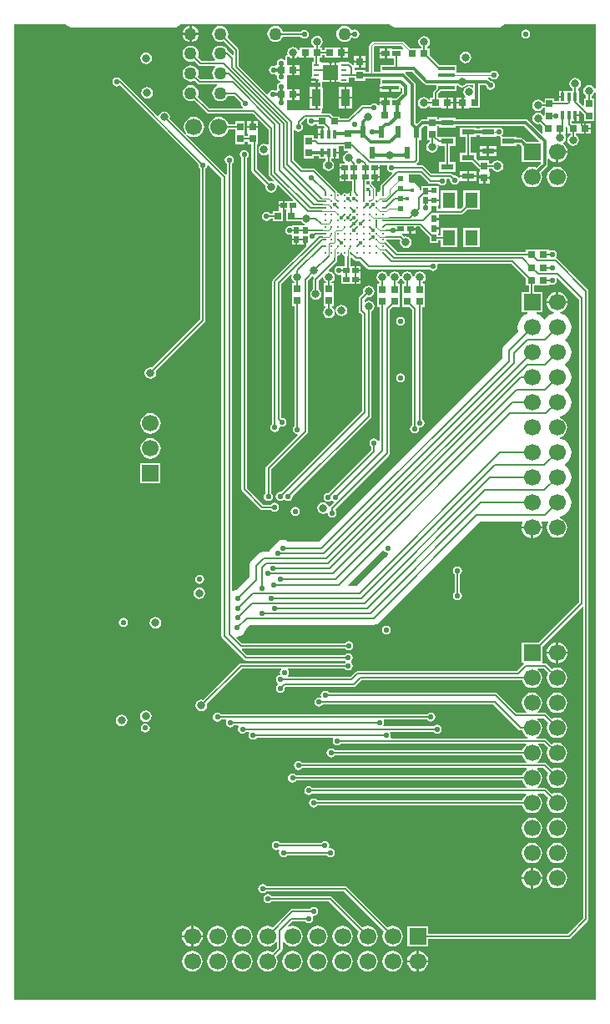
<source format=gbl>
%FSLAX43Y43*%
%MOMM*%
G71*
G01*
G75*
G04 Layer_Physical_Order=4*
G04 Layer_Color=16711680*
%ADD10R,1.000X0.950*%
%ADD11R,2.300X1.900*%
%ADD12R,0.400X1.400*%
%ADD13R,1.775X1.900*%
%ADD14R,0.610X2.032*%
%ADD15O,0.610X2.032*%
%ADD16R,1.000X2.250*%
%ADD17R,1.600X1.000*%
%ADD18R,2.500X3.000*%
%ADD19O,1.650X0.300*%
%ADD20O,0.300X1.650*%
%ADD21R,1.200X1.200*%
%ADD22R,1.100X0.600*%
%ADD23R,1.100X1.000*%
%ADD24R,0.700X0.700*%
%ADD25R,0.600X0.550*%
%ADD26R,0.650X0.800*%
%ADD27R,0.650X0.500*%
%ADD28R,0.762X0.762*%
%ADD29R,0.600X0.900*%
%ADD30R,0.550X0.600*%
%ADD31R,0.500X0.650*%
%ADD32R,0.700X0.700*%
%ADD33R,0.900X0.600*%
%ADD34R,1.200X1.200*%
%ADD35C,0.175*%
%ADD36C,0.180*%
%ADD37C,0.200*%
%ADD38C,0.125*%
%ADD39C,0.250*%
%ADD40C,0.400*%
%ADD41C,0.300*%
%ADD42R,0.900X0.300*%
%ADD43R,1.700X1.700*%
%ADD44C,1.700*%
%ADD45R,1.700X1.700*%
%ADD46C,3.600*%
%ADD47C,0.550*%
%ADD48C,0.400*%
%ADD49C,0.500*%
%ADD50C,1.600*%
G04:AMPARAMS|DCode=51|XSize=2.524mm|YSize=2.524mm|CornerRadius=0mm|HoleSize=0mm|Usage=FLASHONLY|Rotation=0.000|XOffset=0mm|YOffset=0mm|HoleType=Round|Shape=Relief|Width=0.254mm|Gap=0.254mm|Entries=4|*
%AMTHD51*
7,0,0,2.524,2.016,0.254,45*
%
%ADD51THD51*%
%ADD52C,0.850*%
%ADD53C,0.800*%
%ADD54C,0.350*%
%ADD55C,3.300*%
%ADD56C,1.270*%
%ADD57R,1.300X1.600*%
%ADD58R,0.600X0.250*%
%ADD59R,1.600X1.500*%
%ADD60C,0.280*%
%ADD61R,1.700X0.350*%
%ADD62R,0.600X1.300*%
%ADD63R,0.350X0.850*%
%ADD64R,0.950X1.750*%
%ADD65R,0.800X0.650*%
%ADD66R,1.300X0.600*%
%ADD67C,0.800*%
%ADD68C,0.150*%
G36*
X-29736Y-10180D02*
X-29749Y-10199D01*
X-29784Y-10375D01*
X-29749Y-10551D01*
X-29649Y-10699D01*
X-29501Y-10799D01*
X-29325Y-10834D01*
X-29149Y-10799D01*
X-29001Y-10699D01*
X-28963Y-10643D01*
X-28800D01*
Y-10875D01*
X-28104D01*
X-28021Y-10958D01*
X-28069Y-11075D01*
X-28175D01*
Y-11700D01*
X-28275D01*
Y-11800D01*
X-28650D01*
Y-12083D01*
X-28762Y-12143D01*
X-28823Y-12103D01*
X-28925Y-12082D01*
X-29100D01*
Y-11775D01*
X-30100D01*
Y-12885D01*
X-30100Y-12885D01*
X-30100D01*
X-30100Y-12925D01*
Y-12950D01*
Y-12975D01*
X-30100Y-13015D01*
X-30100Y-13015D01*
X-30100D01*
Y-14125D01*
X-29100D01*
Y-13881D01*
X-28625D01*
Y-14150D01*
X-27905D01*
Y-14321D01*
X-28040Y-14410D01*
X-28167Y-14601D01*
X-28211Y-14825D01*
X-28167Y-15049D01*
X-28040Y-15240D01*
X-27849Y-15367D01*
X-27625Y-15411D01*
X-27401Y-15367D01*
X-27210Y-15240D01*
X-27083Y-15049D01*
X-27039Y-14825D01*
X-27083Y-14601D01*
X-27210Y-14410D01*
X-27345Y-14321D01*
Y-14175D01*
X-27075D01*
Y-13550D01*
X-26975D01*
Y-13450D01*
X-26600D01*
Y-12982D01*
X-26600Y-12982D01*
D01*
D01*
X-26600Y-12925D01*
D01*
X-26568Y-12893D01*
X-26100D01*
Y-13400D01*
X-25651D01*
X-25639Y-13526D01*
X-25799Y-13558D01*
X-25990Y-13685D01*
X-26117Y-13876D01*
X-26161Y-14100D01*
X-26117Y-14324D01*
X-25990Y-14515D01*
X-25969Y-14528D01*
X-26006Y-14650D01*
X-26500D01*
Y-15550D01*
D01*
X-26500Y-15550D01*
X-26500Y-15550D01*
D01*
D01*
Y-15550D01*
X-26500D01*
D01*
Y-15900D01*
X-25975D01*
Y-16000D01*
X-25875D01*
Y-16450D01*
X-25450D01*
Y-16425D01*
X-25255D01*
Y-17425D01*
X-25350Y-17503D01*
X-25483Y-17530D01*
X-25595Y-17605D01*
X-25660Y-17702D01*
X-25746D01*
X-25794Y-17693D01*
X-25813Y-17663D01*
X-25899Y-17606D01*
X-26000Y-17586D01*
X-26101Y-17606D01*
X-26187Y-17663D01*
X-26244Y-17749D01*
X-26261Y-17837D01*
X-26389D01*
X-26406Y-17749D01*
X-26463Y-17663D01*
X-26549Y-17606D01*
X-26650Y-17586D01*
X-26689Y-17594D01*
X-26709Y-17574D01*
X-26729Y-17471D01*
X-26787Y-17384D01*
X-28961Y-15211D01*
X-29048Y-15153D01*
X-29150Y-15132D01*
X-30264D01*
X-31132Y-14264D01*
Y-11294D01*
X-31011Y-11257D01*
X-30999Y-11274D01*
X-30851Y-11374D01*
X-30675Y-11409D01*
X-30499Y-11374D01*
X-30351Y-11274D01*
X-30251Y-11126D01*
X-30216Y-10950D01*
X-30251Y-10774D01*
X-30351Y-10626D01*
X-30355Y-10623D01*
X-30368Y-10496D01*
X-29939Y-10068D01*
X-29796D01*
X-29736Y-10180D01*
D02*
G37*
G36*
X-20035Y-2908D02*
X-20083Y-3025D01*
X-21150D01*
Y-3000D01*
X-21700D01*
Y-3500D01*
Y-4000D01*
X-21150D01*
Y-3975D01*
X-20955D01*
Y-4675D01*
X-22375D01*
Y-5344D01*
X-23008D01*
Y-2850D01*
X-22900Y-2742D01*
X-20200D01*
X-20035Y-2908D01*
D02*
G37*
G36*
X-29900Y-3925D02*
X-29400D01*
Y-3900D01*
X-29375D01*
Y-3900D01*
X-29105D01*
Y-4350D01*
X-29300D01*
Y-4950D01*
Y-5450D01*
Y-5825D01*
X-29325D01*
Y-6050D01*
X-28825D01*
Y-6150D01*
X-28725D01*
Y-6475D01*
X-28453D01*
Y-6900D01*
X-28725D01*
Y-7975D01*
Y-9050D01*
X-28453D01*
Y-9275D01*
X-31790D01*
Y-8190D01*
X-31790Y-8190D01*
X-31700Y-8190D01*
X-31700Y-8190D01*
Y-8190D01*
X-31290D01*
Y-7665D01*
Y-7140D01*
X-31700D01*
X-31700Y-7140D01*
Y-7140D01*
X-31790Y-7140D01*
X-31790Y-7140D01*
Y-5690D01*
X-31290D01*
Y-5165D01*
Y-4640D01*
X-31790D01*
Y-3853D01*
X-31789Y-3850D01*
X-31788Y-3842D01*
X-31781Y-3839D01*
X-31779Y-3837D01*
X-31692Y-3811D01*
X-31671Y-3800D01*
X-31633Y-3858D01*
X-31434Y-3990D01*
X-31300Y-4017D01*
Y-3425D01*
X-31100D01*
Y-4017D01*
X-30966Y-3990D01*
X-30767Y-3858D01*
X-30722Y-3789D01*
X-30600Y-3826D01*
Y-3925D01*
X-30100D01*
Y-3400D01*
X-29900D01*
Y-3925D01*
D02*
G37*
G36*
X-21624Y-14899D02*
X-21659Y-15075D01*
X-21624Y-15251D01*
X-21524Y-15399D01*
X-21376Y-15499D01*
X-21217Y-15530D01*
X-21180Y-15652D01*
X-22289Y-16761D01*
X-22347Y-16848D01*
X-22368Y-16950D01*
Y-17231D01*
X-22402Y-17507D01*
X-22555Y-17527D01*
X-22575Y-17530D01*
X-22601Y-17540D01*
X-22617Y-17530D01*
X-22750Y-17503D01*
X-22833Y-17435D01*
Y-17175D01*
X-22833Y-17175D01*
X-22851Y-17082D01*
X-22904Y-17004D01*
X-23249Y-16658D01*
X-23243Y-16625D01*
X-23258Y-16548D01*
X-23177Y-16450D01*
X-23025D01*
Y-16000D01*
X-22925D01*
Y-15900D01*
X-22400D01*
Y-15550D01*
D01*
Y-15550D01*
X-22400Y-15550D01*
Y-15550D01*
X-22400D01*
X-22400D01*
Y-15200D01*
X-22925D01*
Y-15000D01*
X-22400D01*
Y-14793D01*
X-21681D01*
X-21624Y-14899D01*
D02*
G37*
G36*
X-21975Y-53905D02*
X-21887Y-54037D01*
X-21738Y-54136D01*
X-21577Y-54168D01*
X-21540Y-54290D01*
X-24781Y-57532D01*
X-25575D01*
X-25623Y-57414D01*
X-22102Y-53892D01*
X-21975Y-53905D01*
D02*
G37*
G36*
X-2186Y-28418D02*
Y-59127D01*
X-6324Y-63265D01*
X-7995D01*
Y-65315D01*
X-7834D01*
X-7786Y-65432D01*
X-8511Y-66157D01*
X-24718D01*
X-24821Y-66178D01*
X-24907Y-66236D01*
X-25404Y-66732D01*
X-31696D01*
X-31756Y-66620D01*
X-31676Y-66501D01*
X-31641Y-66325D01*
X-31676Y-66149D01*
X-31776Y-66001D01*
X-31788Y-65992D01*
X-31751Y-65871D01*
X-25964D01*
X-25926Y-65928D01*
X-25777Y-66027D01*
X-25601Y-66062D01*
X-25426Y-66027D01*
X-25277Y-65928D01*
X-25177Y-65779D01*
X-25142Y-65603D01*
X-25177Y-65428D01*
X-25277Y-65279D01*
X-25297Y-65266D01*
Y-65139D01*
X-25276Y-65124D01*
X-25176Y-64976D01*
X-25141Y-64800D01*
X-25176Y-64624D01*
X-25276Y-64476D01*
X-25424Y-64376D01*
X-25600Y-64341D01*
X-25776Y-64376D01*
X-25924Y-64476D01*
X-25954Y-64520D01*
X-35859D01*
X-36406Y-63973D01*
X-36357Y-63855D01*
X-25929D01*
X-25899Y-63899D01*
X-25751Y-63999D01*
X-25575Y-64034D01*
X-25399Y-63999D01*
X-25251Y-63899D01*
X-25151Y-63751D01*
X-25116Y-63575D01*
X-25151Y-63399D01*
X-25251Y-63251D01*
X-25399Y-63151D01*
X-25575Y-63116D01*
X-25751Y-63151D01*
X-25899Y-63251D01*
X-25929Y-63295D01*
X-36402D01*
X-36953Y-62744D01*
X-36897Y-62630D01*
X-36875Y-62633D01*
X-36647Y-62602D01*
X-36434Y-62514D01*
X-36251Y-62374D01*
X-36111Y-62191D01*
X-36023Y-61978D01*
X-36007Y-61863D01*
X-35600Y-61456D01*
X-23032D01*
X-22852Y-61432D01*
X-22783Y-61404D01*
X-22685Y-61363D01*
X-22541Y-61253D01*
X-12302Y-51013D01*
X-7982D01*
X-7911Y-51119D01*
X-7993Y-51316D01*
X-8016Y-51490D01*
X-5924D01*
X-5947Y-51316D01*
X-6029Y-51119D01*
X-5958Y-51013D01*
X-5700D01*
X-5521Y-50990D01*
X-5451Y-50961D01*
X-5367Y-50926D01*
X-5290Y-51027D01*
X-5325Y-51073D01*
X-5429Y-51322D01*
X-5464Y-51590D01*
X-5429Y-51858D01*
X-5325Y-52107D01*
X-5161Y-52321D01*
X-4947Y-52485D01*
X-4698Y-52589D01*
X-4430Y-52624D01*
X-4162Y-52589D01*
X-3913Y-52485D01*
X-3699Y-52321D01*
X-3535Y-52107D01*
X-3431Y-51858D01*
X-3396Y-51590D01*
X-3431Y-51322D01*
X-3535Y-51073D01*
X-3699Y-50859D01*
X-3913Y-50695D01*
X-4145Y-50599D01*
X-4128Y-50473D01*
X-4051Y-50463D01*
X-3699Y-50317D01*
X-3396Y-50084D01*
X-3163Y-49781D01*
X-3017Y-49429D01*
X-2967Y-49050D01*
X-3017Y-48671D01*
X-3163Y-48319D01*
X-3396Y-48016D01*
X-3620Y-47843D01*
Y-47716D01*
X-3396Y-47544D01*
X-3163Y-47241D01*
X-3017Y-46889D01*
X-2967Y-46510D01*
X-3017Y-46131D01*
X-3163Y-45779D01*
X-3396Y-45476D01*
X-3620Y-45304D01*
Y-45176D01*
X-3396Y-45004D01*
X-3163Y-44701D01*
X-3017Y-44349D01*
X-2967Y-43970D01*
X-3017Y-43591D01*
X-3163Y-43239D01*
X-3396Y-42936D01*
X-3699Y-42703D01*
X-4051Y-42557D01*
X-4128Y-42547D01*
X-4145Y-42421D01*
X-3913Y-42325D01*
X-3699Y-42161D01*
X-3535Y-41947D01*
X-3431Y-41698D01*
X-3396Y-41430D01*
X-3431Y-41162D01*
X-3535Y-40913D01*
X-3699Y-40699D01*
X-3913Y-40535D01*
X-4145Y-40439D01*
X-4128Y-40313D01*
X-4051Y-40303D01*
X-3699Y-40157D01*
X-3396Y-39924D01*
X-3163Y-39621D01*
X-3017Y-39269D01*
X-2967Y-38890D01*
X-3017Y-38511D01*
X-3163Y-38159D01*
X-3396Y-37856D01*
X-3620Y-37683D01*
Y-37556D01*
X-3396Y-37384D01*
X-3163Y-37081D01*
X-3017Y-36729D01*
X-2967Y-36350D01*
X-3017Y-35971D01*
X-3163Y-35619D01*
X-3396Y-35316D01*
X-3620Y-35144D01*
Y-35016D01*
X-3396Y-34844D01*
X-3163Y-34541D01*
X-3017Y-34189D01*
X-2967Y-33810D01*
X-3017Y-33431D01*
X-3163Y-33079D01*
X-3396Y-32776D01*
X-3620Y-32604D01*
Y-32477D01*
X-3396Y-32304D01*
X-3163Y-32001D01*
X-3017Y-31649D01*
X-2967Y-31270D01*
X-3017Y-30891D01*
X-3163Y-30539D01*
X-3396Y-30236D01*
X-3699Y-30003D01*
X-4051Y-29857D01*
X-4079Y-29854D01*
X-4095Y-29728D01*
X-3900Y-29647D01*
X-3681Y-29479D01*
X-3513Y-29260D01*
X-3407Y-29004D01*
X-3384Y-28830D01*
X-5476D01*
X-5453Y-29004D01*
X-5347Y-29260D01*
X-5179Y-29479D01*
X-4960Y-29647D01*
X-4765Y-29728D01*
X-4781Y-29854D01*
X-4809Y-29857D01*
X-5161Y-30003D01*
X-5464Y-30236D01*
X-5636Y-30460D01*
X-5764D01*
X-5936Y-30236D01*
X-6239Y-30003D01*
X-6538Y-29880D01*
X-6513Y-29755D01*
X-5945D01*
Y-27705D01*
X-6732D01*
Y-27000D01*
X-6425D01*
Y-27000D01*
X-6425D01*
X-6425Y-27000D01*
X-6375D01*
Y-27000D01*
X-5225D01*
Y-26959D01*
X-5113Y-26899D01*
X-5076Y-26924D01*
X-4900Y-26959D01*
X-4724Y-26924D01*
X-4576Y-26824D01*
X-4476Y-26676D01*
X-4441Y-26500D01*
X-4476Y-26324D01*
X-4486Y-26310D01*
Y-26284D01*
X-4369Y-26235D01*
X-2186Y-28418D01*
D02*
G37*
G36*
X-529Y-7026D02*
X-656Y-7039D01*
X-658Y-7026D01*
X-785Y-6835D01*
X-976Y-6708D01*
X-1200Y-6664D01*
X-1424Y-6708D01*
X-1615Y-6835D01*
X-1742Y-7026D01*
X-1786Y-7250D01*
X-1742Y-7474D01*
X-1615Y-7665D01*
X-1468Y-7763D01*
Y-8025D01*
X-1700D01*
Y-8756D01*
X-1817Y-8804D01*
X-2225Y-8396D01*
Y-7275D01*
X-2307D01*
Y-7063D01*
X-2160Y-6965D01*
X-2033Y-6774D01*
X-1989Y-6550D01*
X-2033Y-6326D01*
X-2160Y-6135D01*
X-2351Y-6008D01*
X-2575Y-5964D01*
X-2799Y-6008D01*
X-2990Y-6135D01*
X-3117Y-6326D01*
X-3161Y-6550D01*
X-3117Y-6774D01*
X-2990Y-6965D01*
X-2843Y-7063D01*
Y-7275D01*
X-3500D01*
Y-7250D01*
X-3775D01*
Y-7875D01*
X-3875D01*
Y-7975D01*
X-4250D01*
Y-8332D01*
X-4700D01*
Y-8025D01*
X-5700D01*
Y-8482D01*
X-5837D01*
X-5935Y-8335D01*
X-6126Y-8208D01*
X-6350Y-8164D01*
X-6574Y-8208D01*
X-6765Y-8335D01*
X-6892Y-8526D01*
X-6936Y-8750D01*
X-6892Y-8974D01*
X-6765Y-9165D01*
X-6574Y-9292D01*
X-6350Y-9336D01*
X-6126Y-9292D01*
X-5935Y-9165D01*
X-5837Y-9018D01*
X-5700D01*
Y-9175D01*
X-5700Y-9175D01*
X-5700Y-9225D01*
X-5700D01*
Y-9769D01*
X-5822Y-9806D01*
X-5935Y-9635D01*
X-6126Y-9508D01*
X-6350Y-9464D01*
X-6574Y-9508D01*
X-6765Y-9635D01*
X-6892Y-9826D01*
X-6936Y-10050D01*
X-6892Y-10274D01*
X-6765Y-10465D01*
X-6574Y-10592D01*
X-6350Y-10636D01*
X-6177Y-10602D01*
X-5875Y-10904D01*
Y-11590D01*
X-5992Y-11639D01*
X-7366Y-10266D01*
X-7473Y-10194D01*
X-7600Y-10169D01*
X-14725D01*
Y-10025D01*
X-16375D01*
Y-10169D01*
X-16600D01*
Y-9925D01*
X-17600D01*
Y-10169D01*
X-18075D01*
X-18202Y-10194D01*
X-18309Y-10266D01*
X-18644Y-10600D01*
X-18706D01*
X-18769Y-10538D01*
Y-6650D01*
X-18794Y-6523D01*
X-18866Y-6416D01*
X-19808Y-5474D01*
X-19759Y-5356D01*
X-19112D01*
X-17909Y-6559D01*
X-17802Y-6631D01*
X-17675Y-6656D01*
X-16675D01*
Y-6675D01*
Y-6997D01*
X-16939Y-7261D01*
X-16997Y-7348D01*
X-17018Y-7450D01*
Y-8000D01*
X-17325D01*
Y-8182D01*
X-17447Y-8219D01*
X-17535Y-8085D01*
X-17726Y-7958D01*
X-17950Y-7914D01*
X-18174Y-7958D01*
X-18365Y-8085D01*
X-18492Y-8276D01*
X-18536Y-8500D01*
X-18492Y-8724D01*
X-18365Y-8915D01*
X-18174Y-9042D01*
X-17950Y-9086D01*
X-17726Y-9042D01*
X-17535Y-8915D01*
X-17447Y-8781D01*
X-17325Y-8818D01*
Y-9000D01*
X-16240D01*
X-16240Y-9000D01*
Y-9000D01*
X-16175Y-9000D01*
X-16150Y-9025D01*
X-16085Y-9025D01*
X-16085Y-9025D01*
Y-9025D01*
X-15650D01*
Y-8500D01*
Y-7975D01*
X-16085D01*
X-16085Y-7975D01*
Y-7975D01*
X-16150Y-7975D01*
X-16175Y-8000D01*
X-16240Y-8000D01*
X-16240Y-8000D01*
Y-8000D01*
X-16482D01*
Y-7561D01*
X-16247Y-7325D01*
X-14625D01*
Y-6756D01*
X-14503Y-6719D01*
X-14490Y-6740D01*
X-14299Y-6867D01*
X-14075Y-6911D01*
X-13851Y-6867D01*
X-13660Y-6740D01*
X-13605Y-6656D01*
X-12931D01*
Y-6853D01*
X-13043Y-6913D01*
X-13126Y-6858D01*
X-13350Y-6814D01*
X-13574Y-6858D01*
X-13765Y-6985D01*
X-13892Y-7176D01*
X-13936Y-7400D01*
X-13892Y-7624D01*
X-13765Y-7815D01*
X-13706Y-7853D01*
X-13743Y-7975D01*
X-13900D01*
Y-8500D01*
Y-9025D01*
X-13400D01*
Y-9000D01*
X-13375D01*
Y-9000D01*
X-12225D01*
Y-8000D01*
X-12269D01*
Y-6656D01*
X-11737D01*
X-11656Y-6737D01*
X-11624Y-6901D01*
X-11524Y-7049D01*
X-11376Y-7149D01*
X-11200Y-7184D01*
X-11024Y-7149D01*
X-10876Y-7049D01*
X-10776Y-6901D01*
X-10741Y-6725D01*
X-10776Y-6549D01*
X-10876Y-6401D01*
X-11024Y-6301D01*
X-11188Y-6269D01*
X-11366Y-6091D01*
X-11444Y-6039D01*
X-11407Y-5917D01*
X-11179D01*
X-11124Y-5999D01*
X-10976Y-6099D01*
X-10800Y-6134D01*
X-10624Y-6099D01*
X-10476Y-5999D01*
X-10376Y-5851D01*
X-10341Y-5675D01*
X-10376Y-5499D01*
X-10476Y-5351D01*
X-10624Y-5251D01*
X-10800Y-5216D01*
X-10976Y-5251D01*
X-11124Y-5351D01*
X-11179Y-5433D01*
X-14625D01*
Y-5375D01*
Y-4675D01*
X-16365D01*
X-17325Y-3715D01*
Y-3000D01*
X-17620D01*
Y-2804D01*
X-17485Y-2715D01*
X-17358Y-2524D01*
X-17314Y-2300D01*
X-17358Y-2076D01*
X-17485Y-1885D01*
X-17676Y-1758D01*
X-17900Y-1714D01*
X-18124Y-1758D01*
X-18315Y-1885D01*
X-18442Y-2076D01*
X-18486Y-2300D01*
X-18442Y-2524D01*
X-18315Y-2715D01*
X-18180Y-2804D01*
Y-3000D01*
X-18475D01*
D01*
D01*
X-18475Y-3000D01*
X-18525D01*
Y-3000D01*
X-19258D01*
X-19929Y-2329D01*
X-20007Y-2276D01*
X-20100Y-2258D01*
X-23000D01*
X-23093Y-2276D01*
X-23171Y-2329D01*
X-23421Y-2579D01*
X-23474Y-2657D01*
X-23492Y-2750D01*
Y-5344D01*
X-23869D01*
Y-5142D01*
X-24981D01*
D01*
X-24981D01*
X-24995Y-5129D01*
Y-4925D01*
X-24960Y-4883D01*
X-24525D01*
Y-4402D01*
X-25006D01*
Y-4621D01*
X-25016Y-4636D01*
X-25123Y-4680D01*
X-25352Y-4452D01*
X-25443Y-4391D01*
X-25550Y-4370D01*
Y-4350D01*
X-26500D01*
Y-4450D01*
X-27325D01*
Y-5400D01*
Y-6350D01*
X-26500D01*
Y-6450D01*
X-25550D01*
Y-5950D01*
Y-5930D01*
X-24981D01*
Y-6254D01*
X-23869D01*
Y-6006D01*
X-22375D01*
Y-6025D01*
Y-6600D01*
X-22400D01*
Y-6875D01*
X-21350D01*
Y-6975D01*
X-21250D01*
Y-7350D01*
X-20300D01*
Y-6960D01*
X-20262Y-6944D01*
X-20156Y-7014D01*
Y-7488D01*
X-20694Y-8025D01*
X-21150D01*
Y-8000D01*
X-21700D01*
Y-8500D01*
X-21800D01*
Y-8600D01*
X-22450D01*
Y-8732D01*
X-22572Y-8769D01*
X-22651Y-8651D01*
X-22799Y-8551D01*
X-22975Y-8516D01*
X-23151Y-8551D01*
X-23299Y-8651D01*
X-23337Y-8707D01*
X-24150D01*
X-24252Y-8728D01*
X-24339Y-8786D01*
X-25661Y-10107D01*
X-26450D01*
Y-9875D01*
X-27146D01*
X-27411Y-9611D01*
X-27498Y-9553D01*
X-27600Y-9532D01*
X-28305D01*
X-28342Y-9411D01*
X-28327Y-9401D01*
X-28289Y-9343D01*
X-28275Y-9275D01*
Y-9050D01*
Y-9025D01*
X-28175D01*
Y-6925D01*
X-28275D01*
Y-6900D01*
Y-6475D01*
X-28280Y-6448D01*
X-28275Y-6442D01*
Y-6350D01*
X-27525D01*
Y-5400D01*
Y-4450D01*
X-28350D01*
Y-4350D01*
X-28545D01*
Y-3900D01*
X-28225D01*
Y-3680D01*
X-28050D01*
Y-3900D01*
X-26965D01*
X-26965Y-3900D01*
Y-3900D01*
X-26900Y-3900D01*
X-26875Y-3925D01*
X-26810Y-3925D01*
X-26810Y-3925D01*
Y-3925D01*
X-26375D01*
Y-3400D01*
Y-2875D01*
X-26810D01*
X-26810Y-2875D01*
Y-2875D01*
X-26875Y-2875D01*
X-26900Y-2900D01*
X-26965Y-2900D01*
X-26965Y-2900D01*
Y-2900D01*
X-28050D01*
Y-3120D01*
X-28225D01*
Y-2900D01*
X-28482D01*
X-28519Y-2778D01*
X-28385Y-2690D01*
X-28258Y-2499D01*
X-28214Y-2275D01*
X-28258Y-2051D01*
X-28385Y-1860D01*
X-28576Y-1733D01*
X-28800Y-1689D01*
X-29024Y-1733D01*
X-29215Y-1860D01*
X-29342Y-2051D01*
X-29386Y-2275D01*
X-29342Y-2499D01*
X-29215Y-2690D01*
X-29145Y-2736D01*
X-29133Y-2862D01*
X-29170Y-2900D01*
X-29375D01*
D01*
D01*
X-29375Y-2900D01*
X-29425D01*
Y-2900D01*
X-30575D01*
Y-3107D01*
X-30697Y-3144D01*
X-30785Y-3010D01*
X-30976Y-2883D01*
X-31200Y-2839D01*
X-31424Y-2883D01*
X-31615Y-3010D01*
X-31742Y-3201D01*
X-31786Y-3425D01*
X-31744Y-3639D01*
X-31755Y-3643D01*
X-31760Y-3645D01*
X-31830Y-3667D01*
X-31839Y-3671D01*
X-31840Y-3671D01*
X-31843Y-3673D01*
X-31849Y-3674D01*
X-31857Y-3677D01*
X-31869Y-3685D01*
X-31878Y-3689D01*
X-31880Y-3690D01*
X-31884Y-3695D01*
X-31902Y-3704D01*
X-31907Y-3711D01*
X-31915Y-3716D01*
X-31929Y-3738D01*
X-31946Y-3758D01*
X-31948Y-3766D01*
X-31953Y-3774D01*
X-31957Y-3793D01*
X-31960Y-3798D01*
X-31961Y-3801D01*
X-31962Y-3810D01*
X-31966Y-3824D01*
X-31967Y-3832D01*
X-31966Y-3839D01*
X-31967Y-3842D01*
X-31967Y-3843D01*
X-31968Y-3853D01*
Y-4071D01*
X-32080Y-4131D01*
X-32214Y-4041D01*
X-32390Y-4006D01*
X-32566Y-4041D01*
X-32714Y-4140D01*
X-32814Y-4289D01*
X-32849Y-4465D01*
X-32829Y-4567D01*
X-32909Y-4665D01*
X-32965D01*
Y-4665D01*
X-33014Y-4741D01*
X-33190Y-4706D01*
X-33366Y-4741D01*
X-33514Y-4841D01*
X-33614Y-4989D01*
X-33649Y-5165D01*
X-33614Y-5341D01*
X-33514Y-5489D01*
X-33366Y-5589D01*
X-33190Y-5624D01*
X-33014Y-5589D01*
D01*
Y-5589D01*
X-32965Y-5665D01*
Y-5665D01*
X-32909D01*
X-32829Y-5763D01*
X-32849Y-5865D01*
X-32814Y-6041D01*
X-32714Y-6189D01*
X-32566Y-6289D01*
X-32502Y-6301D01*
Y-6429D01*
X-32566Y-6441D01*
X-32714Y-6541D01*
X-32814Y-6689D01*
X-32849Y-6865D01*
X-32814Y-7041D01*
X-32806Y-7053D01*
X-32865Y-7165D01*
X-32965D01*
Y-7206D01*
X-33077Y-7266D01*
X-33114Y-7241D01*
X-33290Y-7206D01*
X-33466Y-7241D01*
X-33614Y-7341D01*
X-33714Y-7489D01*
X-33728Y-7560D01*
X-33849Y-7597D01*
X-36700Y-4746D01*
Y-3132D01*
X-36721Y-3030D01*
X-36779Y-2943D01*
X-37869Y-1852D01*
X-37811Y-1711D01*
X-37783Y-1500D01*
X-37811Y-1289D01*
X-37892Y-1092D01*
X-38022Y-922D01*
X-38192Y-792D01*
X-38389Y-711D01*
X-38600Y-683D01*
X-38811Y-711D01*
X-39008Y-792D01*
X-39178Y-922D01*
X-39308Y-1092D01*
X-39389Y-1289D01*
X-39417Y-1500D01*
X-39389Y-1711D01*
X-39308Y-1908D01*
X-39178Y-2078D01*
X-39008Y-2208D01*
X-38811Y-2289D01*
X-38600Y-2317D01*
X-38389Y-2289D01*
X-38248Y-2231D01*
X-37236Y-3243D01*
Y-3595D01*
X-37353Y-3643D01*
X-37686Y-3311D01*
X-37773Y-3253D01*
X-37830Y-3241D01*
X-37892Y-3092D01*
X-38022Y-2922D01*
X-38192Y-2792D01*
X-38389Y-2711D01*
X-38600Y-2683D01*
X-38811Y-2711D01*
X-39008Y-2792D01*
X-39178Y-2922D01*
X-39308Y-3092D01*
X-39389Y-3289D01*
X-39417Y-3500D01*
X-39389Y-3711D01*
X-39308Y-3908D01*
X-39178Y-4078D01*
X-39133Y-4112D01*
X-39174Y-4232D01*
X-40489D01*
X-40869Y-3852D01*
X-40811Y-3711D01*
X-40783Y-3500D01*
X-40811Y-3289D01*
X-40892Y-3092D01*
X-41022Y-2922D01*
X-41192Y-2792D01*
X-41389Y-2711D01*
X-41600Y-2683D01*
X-41811Y-2711D01*
X-42008Y-2792D01*
X-42178Y-2922D01*
X-42308Y-3092D01*
X-42389Y-3289D01*
X-42417Y-3500D01*
X-42389Y-3711D01*
X-42308Y-3908D01*
X-42178Y-4078D01*
X-42008Y-4208D01*
X-41811Y-4289D01*
X-41600Y-4317D01*
X-41389Y-4289D01*
X-41248Y-4231D01*
X-40789Y-4689D01*
X-40702Y-4747D01*
X-40600Y-4768D01*
X-39174D01*
X-39133Y-4888D01*
X-39178Y-4922D01*
X-39308Y-5091D01*
X-39389Y-5289D01*
X-39417Y-5500D01*
X-39389Y-5711D01*
X-39308Y-5908D01*
X-39242Y-5993D01*
X-39299Y-6107D01*
X-40614D01*
X-40869Y-5852D01*
X-40811Y-5711D01*
X-40783Y-5500D01*
X-40811Y-5289D01*
X-40892Y-5091D01*
X-41022Y-4922D01*
X-41192Y-4792D01*
X-41389Y-4711D01*
X-41600Y-4683D01*
X-41811Y-4711D01*
X-42008Y-4792D01*
X-42178Y-4922D01*
X-42308Y-5091D01*
X-42389Y-5289D01*
X-42417Y-5500D01*
X-42389Y-5711D01*
X-42308Y-5908D01*
X-42178Y-6078D01*
X-42008Y-6208D01*
X-41811Y-6289D01*
X-41600Y-6317D01*
X-41389Y-6289D01*
X-41248Y-6231D01*
X-40914Y-6564D01*
X-40827Y-6622D01*
X-40725Y-6643D01*
X-38972D01*
X-38948Y-6767D01*
X-39008Y-6792D01*
X-39178Y-6922D01*
X-39308Y-7091D01*
X-39389Y-7289D01*
X-39417Y-7500D01*
X-39389Y-7711D01*
X-39308Y-7909D01*
X-39178Y-8078D01*
X-39008Y-8208D01*
X-38811Y-8289D01*
X-38600Y-8317D01*
X-38389Y-8289D01*
X-38192Y-8208D01*
X-38022Y-8078D01*
X-37892Y-7909D01*
X-37834Y-7768D01*
X-37211D01*
X-36508Y-8471D01*
X-36521Y-8538D01*
X-36486Y-8713D01*
X-36387Y-8862D01*
X-36295Y-8923D01*
X-36332Y-9045D01*
X-39677D01*
X-40869Y-7852D01*
X-40811Y-7711D01*
X-40783Y-7500D01*
X-40811Y-7289D01*
X-40892Y-7091D01*
X-41022Y-6922D01*
X-41192Y-6792D01*
X-41389Y-6711D01*
X-41600Y-6683D01*
X-41811Y-6711D01*
X-42008Y-6792D01*
X-42178Y-6922D01*
X-42308Y-7091D01*
X-42389Y-7289D01*
X-42417Y-7500D01*
X-42389Y-7711D01*
X-42308Y-7909D01*
X-42178Y-8078D01*
X-42008Y-8208D01*
X-41811Y-8289D01*
X-41600Y-8317D01*
X-41389Y-8289D01*
X-41248Y-8231D01*
X-39977Y-9502D01*
X-39890Y-9560D01*
X-39787Y-9580D01*
X-35349D01*
X-33718Y-11211D01*
Y-12688D01*
X-33830Y-12748D01*
X-33926Y-12683D01*
X-34150Y-12639D01*
X-34374Y-12683D01*
X-34565Y-12810D01*
X-34692Y-13001D01*
X-34736Y-13225D01*
X-34692Y-13449D01*
X-34565Y-13640D01*
X-34374Y-13767D01*
X-34150Y-13811D01*
X-33926Y-13767D01*
X-33830Y-13702D01*
X-33718Y-13762D01*
Y-15725D01*
X-33697Y-15827D01*
X-33639Y-15914D01*
X-33192Y-16361D01*
X-33252Y-16473D01*
X-33425Y-16439D01*
X-33583Y-16470D01*
X-34873Y-15180D01*
Y-12725D01*
X-34825D01*
Y-11640D01*
X-34825Y-11640D01*
X-34825D01*
X-34825Y-11575D01*
X-34800Y-11550D01*
X-34800Y-11485D01*
X-34800Y-11485D01*
X-34800D01*
Y-11050D01*
X-35850D01*
Y-11485D01*
X-35850Y-11485D01*
X-35850D01*
X-35850Y-11550D01*
X-35825Y-11575D01*
X-35825Y-11640D01*
X-35825Y-11640D01*
X-35825D01*
Y-11870D01*
X-36100D01*
Y-11615D01*
X-36100Y-11615D01*
D01*
D01*
X-36100Y-11575D01*
Y-11568D01*
Y-11550D01*
X-36100Y-11525D01*
D01*
X-36100Y-11485D01*
X-36100Y-11485D01*
X-36100D01*
Y-10375D01*
X-37100D01*
Y-10682D01*
X-37731D01*
X-37835Y-10433D01*
X-37999Y-10219D01*
X-38213Y-10055D01*
X-38462Y-9951D01*
X-38730Y-9916D01*
X-38998Y-9951D01*
X-39247Y-10055D01*
X-39461Y-10219D01*
X-39625Y-10433D01*
X-39729Y-10682D01*
X-39764Y-10950D01*
X-39729Y-11218D01*
X-39625Y-11467D01*
X-39461Y-11681D01*
X-39247Y-11845D01*
X-38998Y-11949D01*
X-38730Y-11984D01*
X-38462Y-11949D01*
X-38213Y-11845D01*
X-37999Y-11681D01*
X-37835Y-11467D01*
X-37731Y-11218D01*
X-37100D01*
Y-11485D01*
X-37100Y-11485D01*
X-37100D01*
X-37100Y-11525D01*
Y-11550D01*
Y-11575D01*
X-37100Y-11615D01*
X-37100Y-11615D01*
X-37100D01*
Y-12725D01*
X-36100D01*
Y-12430D01*
X-35825D01*
Y-12725D01*
X-35434D01*
Y-15296D01*
X-35434Y-15296D01*
X-35434D01*
X-35413Y-15404D01*
X-35352Y-15495D01*
X-33980Y-16867D01*
X-34011Y-17025D01*
X-33967Y-17249D01*
X-33840Y-17440D01*
X-33649Y-17567D01*
X-33425Y-17611D01*
X-33201Y-17567D01*
X-33010Y-17440D01*
X-32883Y-17249D01*
X-32839Y-17025D01*
X-32873Y-16852D01*
X-32761Y-16792D01*
X-31196Y-18358D01*
X-31244Y-18475D01*
X-31625D01*
Y-18450D01*
X-32050D01*
Y-18900D01*
Y-19350D01*
X-31900D01*
Y-19475D01*
X-31900D01*
Y-20525D01*
X-30850D01*
Y-20518D01*
X-30363D01*
X-30265Y-20665D01*
X-30074Y-20792D01*
X-30039Y-20799D01*
X-30052Y-20925D01*
X-30425D01*
D01*
D01*
X-30425Y-20925D01*
X-30450D01*
Y-20925D01*
X-31300D01*
Y-20925D01*
X-31349Y-21001D01*
X-31525Y-20966D01*
X-31701Y-21001D01*
X-31849Y-21101D01*
X-31949Y-21249D01*
X-31984Y-21425D01*
X-31949Y-21601D01*
X-31849Y-21749D01*
X-31701Y-21849D01*
X-31525Y-21884D01*
X-31423Y-21864D01*
X-31325Y-21944D01*
Y-22275D01*
X-30875D01*
Y-22375D01*
X-30775D01*
Y-22900D01*
X-30100D01*
Y-22375D01*
X-29900D01*
Y-22947D01*
X-29871Y-23017D01*
X-33239Y-26386D01*
X-33297Y-26473D01*
X-33318Y-26575D01*
Y-41088D01*
X-33374Y-41126D01*
X-33474Y-41274D01*
X-33509Y-41450D01*
X-33474Y-41626D01*
X-33374Y-41774D01*
X-33226Y-41874D01*
X-33050Y-41909D01*
X-32874Y-41874D01*
X-32726Y-41774D01*
X-32626Y-41626D01*
X-32591Y-41450D01*
X-32595Y-41428D01*
X-32568Y-41388D01*
X-32508Y-41327D01*
X-32350Y-41359D01*
X-32174Y-41324D01*
X-32026Y-41224D01*
X-31926Y-41076D01*
X-31891Y-40900D01*
X-31926Y-40724D01*
X-32026Y-40576D01*
X-32174Y-40476D01*
X-32350Y-40441D01*
X-32382Y-40415D01*
Y-26886D01*
X-31439Y-25942D01*
X-31327Y-26002D01*
X-31361Y-26175D01*
X-31317Y-26399D01*
X-31190Y-26590D01*
X-31056Y-26678D01*
X-31093Y-26800D01*
X-31275D01*
Y-27950D01*
X-31275Y-27950D01*
X-31275Y-28000D01*
X-31275D01*
Y-29150D01*
X-31055D01*
Y-41271D01*
X-31099Y-41301D01*
X-31199Y-41449D01*
X-31234Y-41625D01*
X-31199Y-41801D01*
X-31099Y-41949D01*
X-30951Y-42049D01*
X-30798Y-42079D01*
X-30761Y-42201D01*
X-33923Y-45363D01*
X-33984Y-45454D01*
X-34005Y-45561D01*
Y-48071D01*
X-34049Y-48101D01*
X-34149Y-48249D01*
X-34184Y-48425D01*
X-34149Y-48601D01*
X-34049Y-48749D01*
X-33901Y-48849D01*
X-33725Y-48884D01*
X-33549Y-48849D01*
X-33401Y-48749D01*
X-33301Y-48601D01*
X-33266Y-48425D01*
X-33301Y-48249D01*
X-33401Y-48101D01*
X-33445Y-48071D01*
Y-45678D01*
X-29774Y-42007D01*
X-29713Y-41916D01*
X-29692Y-41808D01*
X-29692Y-41808D01*
X-29692Y-41808D01*
Y-41808D01*
Y-26513D01*
X-29303Y-26124D01*
X-29176Y-26124D01*
X-29106Y-26194D01*
X-29095Y-26220D01*
X-29147Y-26298D01*
X-29168Y-26400D01*
Y-27387D01*
X-29315Y-27485D01*
X-29442Y-27676D01*
X-29486Y-27900D01*
X-29442Y-28124D01*
X-29315Y-28315D01*
X-29124Y-28442D01*
X-28900Y-28486D01*
X-28676Y-28442D01*
X-28485Y-28315D01*
X-28358Y-28124D01*
X-28314Y-27900D01*
X-28358Y-27676D01*
X-28485Y-27485D01*
X-28632Y-27387D01*
Y-26511D01*
X-28279Y-26157D01*
X-28157Y-26194D01*
X-28117Y-26399D01*
X-27990Y-26590D01*
X-27856Y-26678D01*
X-27893Y-26800D01*
X-28075D01*
Y-27910D01*
X-28075Y-27910D01*
X-28075D01*
X-28075Y-27950D01*
Y-27975D01*
Y-28000D01*
X-28075Y-28040D01*
X-28075Y-28040D01*
X-28075D01*
Y-29150D01*
X-27931D01*
X-27894Y-29272D01*
X-27990Y-29335D01*
X-28117Y-29526D01*
X-28161Y-29750D01*
X-28117Y-29974D01*
X-27990Y-30165D01*
X-27799Y-30292D01*
X-27575Y-30336D01*
X-27351Y-30292D01*
X-27160Y-30165D01*
X-27033Y-29974D01*
X-26989Y-29750D01*
X-27033Y-29526D01*
X-27160Y-29335D01*
X-27256Y-29272D01*
X-27219Y-29150D01*
X-27075D01*
Y-28040D01*
X-27075Y-28040D01*
D01*
D01*
X-27075Y-28000D01*
Y-27993D01*
Y-27975D01*
X-27075Y-27950D01*
D01*
X-27075Y-27910D01*
X-27075Y-27910D01*
X-27075D01*
Y-26800D01*
X-27257D01*
X-27294Y-26678D01*
X-27160Y-26590D01*
X-27033Y-26399D01*
X-26989Y-26175D01*
X-27033Y-25951D01*
X-27160Y-25760D01*
X-27351Y-25633D01*
X-27556Y-25593D01*
X-27593Y-25471D01*
X-26786Y-24664D01*
X-26728Y-24577D01*
X-26707Y-24475D01*
X-26707Y-24475D01*
X-26707Y-24475D01*
Y-24475D01*
Y-24225D01*
X-26728Y-24123D01*
X-26733Y-24115D01*
Y-24032D01*
X-26650Y-23964D01*
X-26549Y-23944D01*
X-26463Y-23887D01*
X-26406Y-23801D01*
X-26389Y-23713D01*
X-26261D01*
X-26244Y-23801D01*
X-26187Y-23887D01*
X-26101Y-23944D01*
X-26101Y-23944D01*
X-26101D01*
X-25943Y-24050D01*
X-25943D01*
X-25943Y-24050D01*
Y-25075D01*
X-26350D01*
X-26350Y-25075D01*
Y-25075D01*
X-26364Y-25083D01*
X-26374Y-25076D01*
X-26550Y-25041D01*
X-26726Y-25076D01*
X-26874Y-25176D01*
X-26974Y-25324D01*
X-27009Y-25500D01*
X-26974Y-25676D01*
X-26874Y-25824D01*
X-26726Y-25924D01*
X-26550Y-25959D01*
X-26448Y-25939D01*
X-26350Y-26019D01*
Y-26825D01*
X-25425D01*
Y-26850D01*
X-25000D01*
Y-26400D01*
X-24900D01*
Y-26300D01*
X-24375D01*
Y-25950D01*
D01*
Y-25950D01*
X-24375Y-25950D01*
Y-25950D01*
X-24375D01*
X-24375D01*
Y-25600D01*
X-24900D01*
Y-25500D01*
X-25000D01*
Y-25050D01*
X-25407D01*
Y-24187D01*
X-25290Y-24138D01*
X-24989Y-24439D01*
X-24902Y-24497D01*
X-24800Y-24518D01*
X-24461D01*
X-23689Y-25289D01*
X-23602Y-25347D01*
X-23500Y-25368D01*
X-17387D01*
X-17349Y-25424D01*
X-17201Y-25524D01*
X-17025Y-25559D01*
X-16849Y-25524D01*
X-16701Y-25424D01*
X-16601Y-25276D01*
X-16566Y-25100D01*
X-16598Y-24941D01*
X-16517Y-24843D01*
X-9036D01*
X-7575Y-26304D01*
Y-27000D01*
X-7268D01*
Y-27705D01*
X-7995D01*
Y-29755D01*
X-7427D01*
X-7402Y-29880D01*
X-7701Y-30003D01*
X-8004Y-30236D01*
X-8237Y-30539D01*
X-8383Y-30891D01*
X-8433Y-31270D01*
X-8383Y-31649D01*
X-8367Y-31686D01*
X-9815Y-33135D01*
X-9926Y-33278D01*
X-9966Y-33376D01*
X-9995Y-33446D01*
X-10018Y-33625D01*
Y-34413D01*
X-28615Y-53009D01*
X-31716D01*
X-31809Y-52938D01*
X-32022Y-52850D01*
X-32250Y-52820D01*
X-32478Y-52850D01*
X-32691Y-52938D01*
X-32874Y-53079D01*
X-33014Y-53261D01*
X-33077Y-53413D01*
X-33191Y-53461D01*
X-33374Y-53601D01*
X-33514Y-53784D01*
X-33602Y-53997D01*
X-33607Y-54029D01*
X-34222D01*
X-34402Y-54053D01*
X-34471Y-54081D01*
X-34569Y-54122D01*
X-34713Y-54232D01*
X-35453Y-54972D01*
X-35563Y-55116D01*
X-35598Y-55199D01*
X-35632Y-55283D01*
X-35656Y-55463D01*
Y-56600D01*
X-36938Y-57882D01*
X-37053Y-57898D01*
X-37266Y-57986D01*
X-37293Y-58007D01*
X-37407Y-57950D01*
Y-14637D01*
X-37351Y-14599D01*
X-37251Y-14451D01*
X-37216Y-14275D01*
X-37251Y-14099D01*
X-37351Y-13951D01*
X-37499Y-13851D01*
X-37675Y-13816D01*
X-37851Y-13851D01*
X-37999Y-13951D01*
X-38099Y-14099D01*
X-38134Y-14275D01*
X-38099Y-14451D01*
X-37999Y-14599D01*
X-37943Y-14637D01*
Y-15745D01*
X-38060Y-15793D01*
X-42051Y-11802D01*
X-41967Y-11707D01*
X-41967D01*
X-41967Y-11707D01*
X-41787Y-11845D01*
X-41538Y-11949D01*
X-41270Y-11984D01*
X-41002Y-11949D01*
X-40753Y-11845D01*
X-40539Y-11681D01*
X-40375Y-11467D01*
X-40271Y-11218D01*
X-40236Y-10950D01*
X-40271Y-10682D01*
X-40375Y-10433D01*
X-40539Y-10219D01*
X-40753Y-10055D01*
X-41002Y-9951D01*
X-41270Y-9916D01*
X-41538Y-9951D01*
X-41787Y-10055D01*
X-42001Y-10219D01*
X-42165Y-10433D01*
X-42269Y-10682D01*
X-42304Y-10950D01*
X-42269Y-11218D01*
X-42165Y-11467D01*
X-42027Y-11647D01*
X-42084Y-11697D01*
X-42122Y-11731D01*
X-43745Y-10108D01*
X-43714Y-9950D01*
X-43758Y-9726D01*
X-43885Y-9535D01*
X-44076Y-9408D01*
X-44300Y-9364D01*
X-44524Y-9408D01*
X-44715Y-9535D01*
X-44842Y-9726D01*
X-44849Y-9764D01*
X-44971Y-9801D01*
X-48577Y-6195D01*
X-48664Y-6137D01*
X-48715Y-6127D01*
X-48760Y-6060D01*
X-48908Y-5960D01*
X-49084Y-5925D01*
X-49260Y-5960D01*
X-49408Y-6060D01*
X-49508Y-6208D01*
X-49543Y-6384D01*
X-49508Y-6560D01*
X-49408Y-6708D01*
X-49260Y-6808D01*
X-49084Y-6843D01*
X-48908Y-6808D01*
X-48796Y-6733D01*
X-40795Y-14733D01*
X-40809Y-14800D01*
X-40774Y-14976D01*
X-40674Y-15124D01*
X-40618Y-15162D01*
Y-30464D01*
X-45502Y-35348D01*
X-45675Y-35314D01*
X-45899Y-35358D01*
X-46090Y-35485D01*
X-46217Y-35676D01*
X-46261Y-35900D01*
X-46217Y-36124D01*
X-46090Y-36315D01*
X-45899Y-36442D01*
X-45675Y-36486D01*
X-45451Y-36442D01*
X-45260Y-36315D01*
X-45133Y-36124D01*
X-45089Y-35900D01*
X-45123Y-35727D01*
X-40161Y-30764D01*
X-40103Y-30677D01*
X-40082Y-30575D01*
Y-15162D01*
X-40026Y-15124D01*
X-39926Y-14976D01*
X-39910Y-14895D01*
X-39789Y-14858D01*
X-38480Y-16166D01*
Y-62575D01*
X-38459Y-62682D01*
X-38398Y-62773D01*
X-36173Y-64998D01*
D01*
X-36173D01*
Y-64998D01*
D01*
X-36173D01*
Y-64998D01*
X-36173D01*
X-36173Y-64998D01*
Y-64998D01*
X-36173Y-64998D01*
Y-64998D01*
X-36082Y-65059D01*
X-35975Y-65080D01*
X-25954D01*
X-25924Y-65124D01*
X-25905Y-65138D01*
Y-65265D01*
X-25926Y-65279D01*
X-25964Y-65336D01*
X-36503D01*
X-36606Y-65356D01*
X-36692Y-65414D01*
X-40352Y-69073D01*
X-40525Y-69039D01*
X-40749Y-69083D01*
X-40940Y-69210D01*
X-41067Y-69401D01*
X-41111Y-69625D01*
X-41067Y-69849D01*
X-40940Y-70040D01*
X-40749Y-70167D01*
X-40525Y-70211D01*
X-40301Y-70167D01*
X-40110Y-70040D01*
X-39983Y-69849D01*
X-39939Y-69625D01*
X-39973Y-69452D01*
X-36392Y-65871D01*
X-32449D01*
X-32412Y-65992D01*
X-32424Y-66001D01*
X-32524Y-66149D01*
X-32559Y-66325D01*
X-32532Y-66461D01*
X-32602Y-66567D01*
X-32651Y-66576D01*
X-32799Y-66676D01*
X-32899Y-66824D01*
X-32934Y-67000D01*
X-32899Y-67176D01*
X-32799Y-67324D01*
X-32738Y-67366D01*
Y-67493D01*
X-32824Y-67551D01*
X-32924Y-67699D01*
X-32959Y-67875D01*
X-32924Y-68051D01*
X-32824Y-68199D01*
X-32676Y-68299D01*
X-32500Y-68334D01*
X-32324Y-68299D01*
X-32176Y-68199D01*
X-32076Y-68051D01*
X-32041Y-67875D01*
X-32050Y-67828D01*
X-31970Y-67730D01*
X-25038D01*
X-24935Y-67710D01*
X-24849Y-67652D01*
X-24849Y-67652D01*
X-24849Y-67652D01*
X-24295Y-67098D01*
X-7969D01*
X-7865Y-67347D01*
X-7701Y-67561D01*
X-7487Y-67725D01*
X-7238Y-67829D01*
X-6970Y-67864D01*
X-6702Y-67829D01*
X-6453Y-67725D01*
X-6239Y-67561D01*
X-6075Y-67347D01*
X-5971Y-67098D01*
X-5936Y-66830D01*
X-5971Y-66562D01*
X-6075Y-66313D01*
X-6239Y-66099D01*
X-6384Y-65988D01*
X-6343Y-65868D01*
X-5771D01*
X-5325Y-66313D01*
X-5429Y-66562D01*
X-5464Y-66830D01*
X-5429Y-67098D01*
X-5325Y-67347D01*
X-5161Y-67561D01*
X-4947Y-67725D01*
X-4698Y-67829D01*
X-4430Y-67864D01*
X-4162Y-67829D01*
X-3913Y-67725D01*
X-3699Y-67561D01*
X-3535Y-67347D01*
X-3431Y-67098D01*
X-3396Y-66830D01*
X-3431Y-66562D01*
X-3535Y-66313D01*
X-3699Y-66099D01*
X-3913Y-65935D01*
X-4162Y-65831D01*
X-4430Y-65796D01*
X-4698Y-65831D01*
X-4947Y-65935D01*
X-5471Y-65411D01*
X-5558Y-65353D01*
X-5660Y-65332D01*
X-5928D01*
X-5945Y-65315D01*
X-5945Y-65243D01*
X-5945Y-65243D01*
X-5945D01*
Y-63644D01*
X-1885Y-59583D01*
X-1768Y-59632D01*
Y-91189D01*
X-3341Y-92762D01*
X-17545D01*
Y-92005D01*
X-19595D01*
Y-94055D01*
X-17545D01*
Y-93298D01*
X-3230D01*
X-3128Y-93277D01*
X-3041Y-93219D01*
X-1311Y-91489D01*
X-1253Y-91402D01*
X-1232Y-91300D01*
Y-27575D01*
X-1253Y-27473D01*
X-1311Y-27386D01*
X-4386Y-24311D01*
X-4473Y-24253D01*
X-4473Y-24253D01*
D01*
D01*
D01*
X-4473D01*
X-4576Y-24224D01*
X-4476Y-24076D01*
X-4441Y-23900D01*
X-4476Y-23724D01*
X-4576Y-23576D01*
X-4724Y-23476D01*
X-4900Y-23441D01*
X-5076Y-23476D01*
X-5113Y-23501D01*
X-5225Y-23441D01*
Y-23400D01*
X-6375D01*
D01*
D01*
X-6375Y-23400D01*
X-6425D01*
Y-23400D01*
X-7575D01*
Y-23632D01*
X-20589D01*
X-21686Y-22536D01*
X-21739Y-22500D01*
X-21714Y-22376D01*
X-21548Y-22343D01*
X-20436D01*
X-20327Y-22452D01*
X-20361Y-22625D01*
X-20317Y-22849D01*
X-20190Y-23040D01*
X-19999Y-23167D01*
X-19775Y-23211D01*
X-19551Y-23167D01*
X-19360Y-23040D01*
X-19233Y-22849D01*
X-19189Y-22625D01*
X-19233Y-22401D01*
X-19360Y-22210D01*
X-19551Y-22083D01*
X-19775Y-22039D01*
X-19948Y-22073D01*
X-20136Y-21886D01*
X-20194Y-21847D01*
X-20158Y-21725D01*
X-19850D01*
Y-21750D01*
X-19425D01*
Y-21300D01*
X-19325D01*
Y-21200D01*
X-18800D01*
Y-21068D01*
X-18386D01*
X-17325Y-22129D01*
Y-22675D01*
X-16475D01*
Y-22443D01*
X-16225D01*
Y-23125D01*
X-14575D01*
Y-21175D01*
X-16225D01*
Y-21907D01*
X-16475D01*
Y-21750D01*
X-16450D01*
Y-21325D01*
X-16900D01*
Y-21125D01*
X-16450D01*
Y-20800D01*
Y-20375D01*
X-16900D01*
Y-20175D01*
X-16450D01*
Y-19793D01*
X-14125D01*
X-14023Y-19772D01*
X-13936Y-19714D01*
X-13936Y-19714D01*
X-13936Y-19714D01*
X-13546Y-19325D01*
X-12275D01*
Y-17375D01*
X-13925D01*
Y-18946D01*
X-14236Y-19257D01*
X-14575D01*
Y-17375D01*
X-16225D01*
Y-19257D01*
X-16475D01*
Y-18900D01*
X-16425D01*
Y-18500D01*
X-16900D01*
Y-18300D01*
X-16425D01*
Y-17900D01*
X-16450D01*
Y-17875D01*
X-16450D01*
Y-16925D01*
X-17350D01*
D01*
D01*
X-17350Y-16925D01*
X-17375D01*
Y-16925D01*
X-18225D01*
Y-17326D01*
X-18352Y-17334D01*
X-18371Y-17191D01*
X-18451Y-16997D01*
X-18579Y-16829D01*
X-18747Y-16701D01*
X-18941Y-16621D01*
X-19150Y-16593D01*
X-19330Y-16617D01*
X-19425Y-16533D01*
Y-16300D01*
Y-15793D01*
X-18311D01*
X-17489Y-16614D01*
D01*
X-17489D01*
Y-16614D01*
D01*
X-17489D01*
Y-16614D01*
X-17489D01*
X-17489Y-16614D01*
Y-16614D01*
X-17489Y-16614D01*
Y-16614D01*
X-17402Y-16672D01*
X-17300Y-16693D01*
X-16462D01*
X-16424Y-16749D01*
X-16276Y-16849D01*
X-16100Y-16884D01*
X-15924Y-16849D01*
X-15776Y-16749D01*
X-15676Y-16601D01*
X-15641Y-16425D01*
X-15670Y-16278D01*
X-15590Y-16180D01*
X-15355D01*
X-15275Y-16278D01*
X-15284Y-16325D01*
X-15249Y-16501D01*
X-15149Y-16649D01*
X-15001Y-16749D01*
X-14825Y-16784D01*
X-14649Y-16749D01*
X-14501Y-16649D01*
X-14401Y-16501D01*
X-14391Y-16450D01*
X-14300D01*
X-14300D01*
X-14291Y-16450D01*
X-14291Y-16450D01*
X-14291Y-16450D01*
X-13550D01*
Y-16050D01*
X-14300D01*
Y-16082D01*
X-14422Y-16119D01*
X-14501Y-16001D01*
X-14649Y-15901D01*
X-14825Y-15866D01*
X-14892Y-15880D01*
X-15048Y-15723D01*
X-15135Y-15665D01*
X-15238Y-15645D01*
X-17177D01*
X-17936Y-14886D01*
X-18023Y-14828D01*
X-18125Y-14807D01*
X-18638D01*
X-18687Y-14690D01*
X-18486Y-14489D01*
X-18428Y-14402D01*
X-18407Y-14300D01*
Y-12250D01*
X-18200D01*
Y-11094D01*
X-17938Y-10831D01*
X-17600D01*
Y-11035D01*
X-17600Y-11035D01*
X-17600D01*
X-17600Y-11075D01*
Y-11100D01*
Y-11125D01*
X-17600Y-11165D01*
X-17600Y-11165D01*
X-17600D01*
Y-12275D01*
X-17380D01*
Y-12446D01*
X-17515Y-12535D01*
X-17642Y-12726D01*
X-17686Y-12950D01*
X-17642Y-13174D01*
X-17515Y-13365D01*
X-17324Y-13492D01*
X-17100Y-13536D01*
X-16876Y-13492D01*
X-16685Y-13365D01*
X-16558Y-13174D01*
X-16514Y-12950D01*
X-16551Y-12763D01*
X-16492Y-12704D01*
X-16375Y-12753D01*
Y-12875D01*
X-15830D01*
Y-14525D01*
X-16375D01*
Y-15475D01*
X-14725D01*
Y-14525D01*
X-15270D01*
Y-12875D01*
X-14725D01*
Y-11925D01*
X-16375D01*
X-16375Y-11925D01*
Y-11925D01*
X-16466Y-11963D01*
X-16600Y-11828D01*
Y-11165D01*
X-16600Y-11165D01*
D01*
D01*
X-16600Y-11125D01*
Y-11118D01*
Y-11100D01*
X-16600Y-11075D01*
D01*
X-16600Y-11035D01*
X-16600Y-11035D01*
X-16600D01*
Y-10831D01*
X-16375D01*
Y-10975D01*
X-14725D01*
Y-10831D01*
X-7737D01*
X-6221Y-12348D01*
X-6270Y-12465D01*
X-7534D01*
X-7834Y-12166D01*
X-7941Y-12094D01*
X-8068Y-12069D01*
X-8525D01*
Y-11925D01*
X-10007D01*
X-10044Y-11803D01*
X-10001Y-11774D01*
X-9901Y-11626D01*
X-9866Y-11450D01*
X-9901Y-11274D01*
X-10001Y-11126D01*
X-10149Y-11026D01*
X-10325Y-10991D01*
X-10501Y-11026D01*
X-10513Y-11035D01*
X-10625Y-10975D01*
Y-10975D01*
X-10625Y-10975D01*
X-12275D01*
Y-11119D01*
X-12625D01*
Y-10975D01*
X-14275D01*
Y-11925D01*
X-13730D01*
Y-13575D01*
X-14275D01*
Y-14525D01*
X-13022D01*
X-12448Y-15098D01*
X-12448Y-15098D01*
X-12357Y-15159D01*
X-12300Y-15170D01*
Y-15410D01*
X-12300Y-15410D01*
X-12300D01*
X-12300Y-15475D01*
X-12325Y-15500D01*
X-12325Y-15565D01*
X-12325Y-15565D01*
X-12325D01*
Y-16000D01*
X-11275D01*
Y-15565D01*
X-11275Y-15565D01*
X-11275D01*
X-11275Y-15500D01*
X-11300Y-15475D01*
X-11300Y-15410D01*
X-11300Y-15410D01*
X-11300D01*
Y-15168D01*
X-10988D01*
X-10890Y-15315D01*
X-10699Y-15442D01*
X-10475Y-15486D01*
X-10251Y-15442D01*
X-10060Y-15315D01*
X-9933Y-15124D01*
X-9889Y-14900D01*
X-9933Y-14676D01*
X-10060Y-14485D01*
X-10251Y-14358D01*
X-10475Y-14314D01*
X-10699Y-14358D01*
X-10890Y-14485D01*
X-10988Y-14632D01*
X-11300D01*
Y-14325D01*
X-12300D01*
X-12300Y-14325D01*
Y-14325D01*
X-12391Y-14363D01*
X-12625Y-14128D01*
Y-13575D01*
X-13170D01*
Y-11925D01*
X-12625D01*
Y-11781D01*
X-12275D01*
Y-11925D01*
X-10625D01*
X-10625Y-11925D01*
Y-11925D01*
X-10513Y-11865D01*
X-10501Y-11874D01*
X-10325Y-11909D01*
X-10273Y-11899D01*
X-10175Y-11979D01*
Y-12875D01*
X-8525D01*
Y-12731D01*
X-8205D01*
X-7995Y-12942D01*
Y-14515D01*
X-6098D01*
X-6049Y-14632D01*
X-6523Y-15106D01*
X-6702Y-15031D01*
X-6970Y-14996D01*
X-7238Y-15031D01*
X-7487Y-15135D01*
X-7701Y-15299D01*
X-7865Y-15513D01*
X-7969Y-15762D01*
X-8004Y-16030D01*
X-7969Y-16298D01*
X-7865Y-16547D01*
X-7701Y-16761D01*
X-7487Y-16925D01*
X-7238Y-17029D01*
X-6970Y-17064D01*
X-6702Y-17029D01*
X-6453Y-16925D01*
X-6239Y-16761D01*
X-6075Y-16547D01*
X-5971Y-16298D01*
X-5936Y-16030D01*
X-5971Y-15762D01*
X-6051Y-15571D01*
X-5466Y-14986D01*
X-5394Y-14879D01*
X-5369Y-14752D01*
Y-14189D01*
X-5248Y-14148D01*
X-5179Y-14239D01*
X-4960Y-14407D01*
X-4704Y-14513D01*
X-4530Y-14536D01*
Y-13490D01*
X-4430D01*
Y-13390D01*
X-3384D01*
X-3407Y-13216D01*
X-3513Y-12960D01*
X-3681Y-12741D01*
X-3807Y-12645D01*
X-3803Y-12518D01*
X-3685Y-12440D01*
X-3558Y-12249D01*
X-3514Y-12025D01*
X-3558Y-11801D01*
X-3618Y-11712D01*
X-3558Y-11600D01*
X-3525D01*
Y-10938D01*
X-3487Y-10913D01*
X-3428Y-10944D01*
X-3375Y-11072D01*
Y-11600D01*
X-3068D01*
Y-11737D01*
X-3215Y-11835D01*
X-3342Y-12026D01*
X-3386Y-12250D01*
X-3342Y-12474D01*
X-3215Y-12665D01*
X-3024Y-12792D01*
X-2800Y-12836D01*
X-2576Y-12792D01*
X-2385Y-12665D01*
X-2258Y-12474D01*
X-2214Y-12250D01*
X-2258Y-12026D01*
X-2385Y-11835D01*
X-2532Y-11737D01*
Y-11600D01*
X-2290D01*
X-2290Y-11600D01*
Y-11600D01*
X-2225Y-11600D01*
X-2200Y-11625D01*
X-2135Y-11625D01*
X-2135Y-11625D01*
Y-11625D01*
X-1700D01*
Y-11100D01*
Y-10575D01*
X-2135D01*
X-2135Y-10575D01*
Y-10575D01*
X-2200Y-10575D01*
X-2225Y-10600D01*
X-2290Y-10600D01*
X-2290Y-10600D01*
Y-10600D01*
X-2921D01*
X-2957Y-10564D01*
Y-10350D01*
X-2950D01*
Y-10350D01*
X-2675D01*
Y-9725D01*
X-2575D01*
Y-9625D01*
X-2200D01*
Y-9344D01*
X-2083Y-9296D01*
X-1700Y-9679D01*
Y-10375D01*
X-700D01*
Y-9225D01*
D01*
Y-9225D01*
X-700Y-9225D01*
Y-9175D01*
X-700D01*
Y-8025D01*
X-932D01*
Y-7763D01*
X-785Y-7665D01*
X-658Y-7474D01*
X-656Y-7461D01*
X-529Y-7474D01*
Y-99471D01*
X-59471D01*
Y-529D01*
X-54311D01*
X-54069Y-715D01*
X-53762Y-842D01*
X-53433Y-885D01*
Y-879D01*
X-43434D01*
Y-885D01*
X-43105Y-842D01*
X-42798Y-715D01*
X-42556Y-529D01*
X-21477D01*
X-21235Y-715D01*
X-20928Y-842D01*
X-20599Y-885D01*
Y-879D01*
X-10600D01*
Y-885D01*
X-10271Y-842D01*
X-9964Y-715D01*
X-9722Y-529D01*
X-529D01*
Y-7026D01*
D02*
G37*
%LPC*%
G36*
X-21742Y-61517D02*
X-21918Y-61552D01*
X-22067Y-61652D01*
X-22166Y-61800D01*
X-22201Y-61976D01*
X-22166Y-62152D01*
X-22067Y-62300D01*
X-21918Y-62400D01*
X-21742Y-62435D01*
X-21567Y-62400D01*
X-21418Y-62300D01*
X-21319Y-62152D01*
X-21284Y-61976D01*
X-21319Y-61800D01*
X-21418Y-61652D01*
X-21567Y-61552D01*
X-21742Y-61517D01*
D02*
G37*
G36*
X-4330Y-63244D02*
Y-64190D01*
X-3384D01*
X-3407Y-64016D01*
X-3513Y-63760D01*
X-3681Y-63541D01*
X-3900Y-63373D01*
X-4156Y-63267D01*
X-4330Y-63244D01*
D02*
G37*
G36*
X-45175Y-60664D02*
X-45399Y-60708D01*
X-45590Y-60835D01*
X-45717Y-61026D01*
X-45761Y-61250D01*
X-45717Y-61474D01*
X-45590Y-61665D01*
X-45399Y-61792D01*
X-45175Y-61836D01*
X-44951Y-61792D01*
X-44760Y-61665D01*
X-44633Y-61474D01*
X-44589Y-61250D01*
X-44633Y-61026D01*
X-44760Y-60835D01*
X-44951Y-60708D01*
X-45175Y-60664D01*
D02*
G37*
G36*
X-14525Y-55516D02*
X-14701Y-55551D01*
X-14849Y-55651D01*
X-14949Y-55799D01*
X-14984Y-55975D01*
X-14949Y-56151D01*
X-14849Y-56299D01*
X-14793Y-56337D01*
Y-58138D01*
X-14849Y-58176D01*
X-14949Y-58324D01*
X-14984Y-58500D01*
X-14949Y-58676D01*
X-14849Y-58824D01*
X-14701Y-58924D01*
X-14525Y-58959D01*
X-14349Y-58924D01*
X-14201Y-58824D01*
X-14101Y-58676D01*
X-14066Y-58500D01*
X-14101Y-58324D01*
X-14201Y-58176D01*
X-14257Y-58138D01*
Y-56337D01*
X-14201Y-56299D01*
X-14101Y-56151D01*
X-14066Y-55975D01*
X-14101Y-55799D01*
X-14201Y-55651D01*
X-14349Y-55551D01*
X-14525Y-55516D01*
D02*
G37*
G36*
X-48424Y-60741D02*
X-48600Y-60776D01*
X-48749Y-60876D01*
X-48848Y-61024D01*
X-48883Y-61200D01*
X-48848Y-61376D01*
X-48749Y-61524D01*
X-48600Y-61624D01*
X-48424Y-61659D01*
X-48249Y-61624D01*
X-48100Y-61524D01*
X-48001Y-61376D01*
X-47966Y-61200D01*
X-48001Y-61024D01*
X-48100Y-60876D01*
X-48249Y-60776D01*
X-48424Y-60741D01*
D02*
G37*
G36*
X-46200Y-71466D02*
X-46376Y-71501D01*
X-46524Y-71601D01*
X-46624Y-71749D01*
X-46659Y-71925D01*
X-46624Y-72101D01*
X-46524Y-72249D01*
X-46376Y-72349D01*
X-46200Y-72384D01*
X-46024Y-72349D01*
X-45876Y-72249D01*
X-45776Y-72101D01*
X-45741Y-71925D01*
X-45776Y-71749D01*
X-45876Y-71601D01*
X-46024Y-71501D01*
X-46200Y-71466D01*
D02*
G37*
G36*
X-4530Y-64390D02*
X-5476D01*
X-5453Y-64564D01*
X-5347Y-64820D01*
X-5179Y-65039D01*
X-4960Y-65207D01*
X-4704Y-65313D01*
X-4530Y-65336D01*
Y-64390D01*
D02*
G37*
G36*
X-27950Y-68141D02*
X-28126Y-68176D01*
X-28274Y-68276D01*
X-28374Y-68424D01*
X-28409Y-68600D01*
X-28379Y-68747D01*
X-28469Y-68837D01*
X-28575Y-68816D01*
X-28751Y-68851D01*
X-28899Y-68951D01*
X-28999Y-69099D01*
X-29034Y-69275D01*
X-28999Y-69451D01*
X-28899Y-69599D01*
X-28751Y-69699D01*
X-28575Y-69734D01*
X-28399Y-69699D01*
X-28251Y-69599D01*
X-28213Y-69543D01*
X-10886D01*
X-8329Y-72099D01*
X-8242Y-72157D01*
X-8140Y-72178D01*
X-7969D01*
X-7865Y-72427D01*
X-7701Y-72641D01*
X-7487Y-72805D01*
X-7421Y-72833D01*
X-7445Y-72957D01*
X-21279D01*
X-21339Y-72845D01*
X-21326Y-72826D01*
X-21291Y-72650D01*
X-21326Y-72474D01*
X-21373Y-72405D01*
X-21313Y-72293D01*
X-16962D01*
X-16924Y-72349D01*
X-16776Y-72449D01*
X-16600Y-72484D01*
X-16424Y-72449D01*
X-16276Y-72349D01*
X-16176Y-72201D01*
X-16141Y-72025D01*
X-16176Y-71849D01*
X-16276Y-71701D01*
X-16424Y-71601D01*
X-16600Y-71566D01*
X-16776Y-71601D01*
X-16924Y-71701D01*
X-16962Y-71757D01*
X-21988D01*
X-22048Y-71645D01*
X-22001Y-71576D01*
X-21966Y-71400D01*
X-22001Y-71224D01*
X-22031Y-71180D01*
X-21971Y-71068D01*
X-17587D01*
X-17549Y-71124D01*
X-17401Y-71224D01*
X-17225Y-71259D01*
X-17049Y-71224D01*
X-16901Y-71124D01*
X-16801Y-70976D01*
X-16766Y-70800D01*
X-16801Y-70624D01*
X-16901Y-70476D01*
X-17049Y-70376D01*
X-17225Y-70341D01*
X-17401Y-70376D01*
X-17549Y-70476D01*
X-17587Y-70532D01*
X-38528D01*
X-38566Y-70476D01*
X-38714Y-70376D01*
X-38890Y-70341D01*
X-39066Y-70376D01*
X-39214Y-70476D01*
X-39314Y-70624D01*
X-39349Y-70800D01*
X-39314Y-70976D01*
X-39214Y-71124D01*
X-39066Y-71224D01*
X-38890Y-71259D01*
X-38714Y-71224D01*
X-38566Y-71124D01*
X-38528Y-71068D01*
X-38029D01*
X-37969Y-71180D01*
X-37999Y-71224D01*
X-38034Y-71400D01*
X-37999Y-71576D01*
X-37899Y-71724D01*
X-37751Y-71824D01*
X-37575Y-71859D01*
X-37399Y-71824D01*
X-37251Y-71724D01*
X-37213Y-71668D01*
X-36787D01*
X-36727Y-71780D01*
X-36774Y-71849D01*
X-36809Y-72025D01*
X-36774Y-72201D01*
X-36674Y-72349D01*
X-36526Y-72449D01*
X-36350Y-72484D01*
X-36174Y-72449D01*
X-36026Y-72349D01*
X-35988Y-72293D01*
X-35687D01*
X-35627Y-72405D01*
X-35674Y-72474D01*
X-35709Y-72650D01*
X-35674Y-72826D01*
X-35574Y-72974D01*
X-35426Y-73074D01*
X-35250Y-73109D01*
X-35074Y-73074D01*
X-34926Y-72974D01*
X-34888Y-72918D01*
X-27196D01*
X-27136Y-73030D01*
X-27149Y-73049D01*
X-27184Y-73225D01*
X-27149Y-73401D01*
X-27049Y-73549D01*
X-26901Y-73649D01*
X-26725Y-73684D01*
X-26549Y-73649D01*
X-26401Y-73549D01*
X-26363Y-73493D01*
X-7604D01*
X-7563Y-73613D01*
X-7701Y-73719D01*
X-7865Y-73933D01*
X-7969Y-74182D01*
X-26988D01*
X-27026Y-74126D01*
X-27174Y-74026D01*
X-27350Y-73991D01*
X-27526Y-74026D01*
X-27674Y-74126D01*
X-27774Y-74274D01*
X-27809Y-74450D01*
X-27774Y-74626D01*
X-27674Y-74774D01*
X-27526Y-74874D01*
X-27350Y-74909D01*
X-27174Y-74874D01*
X-27026Y-74774D01*
X-26988Y-74718D01*
X-7969D01*
X-7865Y-74967D01*
X-7701Y-75181D01*
X-7498Y-75337D01*
X-7538Y-75457D01*
X-30313D01*
X-30351Y-75401D01*
X-30499Y-75301D01*
X-30675Y-75266D01*
X-30851Y-75301D01*
X-30999Y-75401D01*
X-31099Y-75549D01*
X-31134Y-75725D01*
X-31099Y-75901D01*
X-30999Y-76049D01*
X-30851Y-76149D01*
X-30675Y-76184D01*
X-30499Y-76149D01*
X-30351Y-76049D01*
X-30313Y-75993D01*
X-7552D01*
X-7511Y-76113D01*
X-7701Y-76259D01*
X-7865Y-76473D01*
X-7969Y-76722D01*
X-30914D01*
X-30946Y-76676D01*
X-31094Y-76576D01*
X-31270Y-76541D01*
X-31446Y-76576D01*
X-31594Y-76676D01*
X-31694Y-76824D01*
X-31729Y-77000D01*
X-31694Y-77176D01*
X-31594Y-77324D01*
X-31446Y-77424D01*
X-31270Y-77459D01*
X-31094Y-77424D01*
X-30946Y-77324D01*
X-30901Y-77258D01*
X-7969D01*
X-7865Y-77507D01*
X-7701Y-77721D01*
X-7487Y-77885D01*
X-7537Y-78007D01*
X-29263D01*
X-29301Y-77951D01*
X-29449Y-77851D01*
X-29625Y-77816D01*
X-29801Y-77851D01*
X-29949Y-77951D01*
X-30049Y-78099D01*
X-30084Y-78275D01*
X-30049Y-78451D01*
X-29949Y-78599D01*
X-29801Y-78699D01*
X-29625Y-78734D01*
X-29449Y-78699D01*
X-29301Y-78599D01*
X-29263Y-78543D01*
X-7565D01*
X-7524Y-78663D01*
X-7701Y-78799D01*
X-7865Y-79013D01*
X-7969Y-79262D01*
X-28758D01*
X-28796Y-79206D01*
X-28944Y-79106D01*
X-29120Y-79071D01*
X-29296Y-79106D01*
X-29444Y-79206D01*
X-29544Y-79354D01*
X-29579Y-79530D01*
X-29544Y-79706D01*
X-29444Y-79854D01*
X-29296Y-79954D01*
X-29120Y-79989D01*
X-28944Y-79954D01*
X-28796Y-79854D01*
X-28758Y-79798D01*
X-7969D01*
X-7865Y-80047D01*
X-7701Y-80261D01*
X-7487Y-80425D01*
X-7238Y-80529D01*
X-6970Y-80564D01*
X-6702Y-80529D01*
X-6453Y-80425D01*
X-6239Y-80261D01*
X-6075Y-80047D01*
X-5971Y-79798D01*
X-5936Y-79530D01*
X-5971Y-79262D01*
X-6075Y-79013D01*
X-6239Y-78799D01*
X-6416Y-78663D01*
X-6375Y-78543D01*
X-5796D01*
X-5325Y-79013D01*
X-5429Y-79262D01*
X-5464Y-79530D01*
X-5429Y-79798D01*
X-5325Y-80047D01*
X-5161Y-80261D01*
X-4947Y-80425D01*
X-4698Y-80529D01*
X-4430Y-80564D01*
X-4162Y-80529D01*
X-3913Y-80425D01*
X-3699Y-80261D01*
X-3535Y-80047D01*
X-3431Y-79798D01*
X-3396Y-79530D01*
X-3431Y-79262D01*
X-3535Y-79013D01*
X-3699Y-78799D01*
X-3913Y-78635D01*
X-4162Y-78531D01*
X-4430Y-78496D01*
X-4698Y-78531D01*
X-4947Y-78635D01*
X-5496Y-78086D01*
X-5583Y-78028D01*
X-5685Y-78007D01*
X-6403D01*
X-6453Y-77885D01*
X-6239Y-77721D01*
X-6075Y-77507D01*
X-5971Y-77258D01*
X-5936Y-76990D01*
X-5971Y-76722D01*
X-6075Y-76473D01*
X-6239Y-76259D01*
X-6429Y-76113D01*
X-6388Y-75993D01*
X-5806D01*
X-5325Y-76473D01*
X-5429Y-76722D01*
X-5464Y-76990D01*
X-5429Y-77258D01*
X-5325Y-77507D01*
X-5161Y-77721D01*
X-4947Y-77885D01*
X-4698Y-77989D01*
X-4430Y-78024D01*
X-4162Y-77989D01*
X-3913Y-77885D01*
X-3699Y-77721D01*
X-3535Y-77507D01*
X-3431Y-77258D01*
X-3396Y-76990D01*
X-3431Y-76722D01*
X-3535Y-76473D01*
X-3699Y-76259D01*
X-3913Y-76095D01*
X-4162Y-75991D01*
X-4430Y-75956D01*
X-4698Y-75991D01*
X-4947Y-76095D01*
X-5506Y-75536D01*
X-5593Y-75478D01*
X-5695Y-75457D01*
X-6402D01*
X-6442Y-75337D01*
X-6239Y-75181D01*
X-6075Y-74967D01*
X-5971Y-74718D01*
X-5936Y-74450D01*
X-5971Y-74182D01*
X-6075Y-73933D01*
X-6239Y-73719D01*
X-6377Y-73613D01*
X-6336Y-73493D01*
X-5766D01*
X-5325Y-73933D01*
X-5429Y-74182D01*
X-5464Y-74450D01*
X-5429Y-74718D01*
X-5325Y-74967D01*
X-5161Y-75181D01*
X-4947Y-75345D01*
X-4698Y-75449D01*
X-4430Y-75484D01*
X-4162Y-75449D01*
X-3913Y-75345D01*
X-3699Y-75181D01*
X-3535Y-74967D01*
X-3431Y-74718D01*
X-3396Y-74450D01*
X-3431Y-74182D01*
X-3535Y-73933D01*
X-3699Y-73719D01*
X-3913Y-73555D01*
X-4162Y-73451D01*
X-4430Y-73416D01*
X-4698Y-73451D01*
X-4947Y-73555D01*
X-5466Y-73036D01*
X-5553Y-72978D01*
X-5655Y-72957D01*
X-6495D01*
X-6519Y-72833D01*
X-6453Y-72805D01*
X-6239Y-72641D01*
X-6075Y-72427D01*
X-5971Y-72178D01*
X-5936Y-71910D01*
X-5971Y-71642D01*
X-6075Y-71393D01*
X-6239Y-71179D01*
X-6423Y-71038D01*
X-6382Y-70918D01*
X-5801D01*
X-5325Y-71393D01*
X-5429Y-71642D01*
X-5464Y-71910D01*
X-5429Y-72178D01*
X-5325Y-72427D01*
X-5161Y-72641D01*
X-4947Y-72805D01*
X-4698Y-72909D01*
X-4430Y-72944D01*
X-4162Y-72909D01*
X-3913Y-72805D01*
X-3699Y-72641D01*
X-3535Y-72427D01*
X-3431Y-72178D01*
X-3396Y-71910D01*
X-3431Y-71642D01*
X-3535Y-71393D01*
X-3699Y-71179D01*
X-3913Y-71015D01*
X-4162Y-70911D01*
X-4430Y-70876D01*
X-4698Y-70911D01*
X-4947Y-71015D01*
X-5501Y-70461D01*
X-5588Y-70403D01*
X-5690Y-70382D01*
X-6405D01*
X-6424Y-70336D01*
X-6449Y-70262D01*
X-6239Y-70101D01*
X-6075Y-69887D01*
X-5971Y-69638D01*
X-5936Y-69370D01*
X-5971Y-69102D01*
X-6075Y-68853D01*
X-6239Y-68639D01*
X-6453Y-68475D01*
X-6702Y-68371D01*
X-6970Y-68336D01*
X-7238Y-68371D01*
X-7487Y-68475D01*
X-7701Y-68639D01*
X-7865Y-68853D01*
X-7969Y-69102D01*
X-8004Y-69370D01*
X-7969Y-69638D01*
X-7865Y-69887D01*
X-7701Y-70101D01*
X-7491Y-70262D01*
X-7516Y-70336D01*
X-7535Y-70382D01*
X-8514D01*
X-10486Y-68411D01*
X-10573Y-68353D01*
X-10675Y-68332D01*
X-27588D01*
X-27626Y-68276D01*
X-27774Y-68176D01*
X-27950Y-68141D01*
D02*
G37*
G36*
X-4430Y-68336D02*
X-4698Y-68371D01*
X-4947Y-68475D01*
X-5161Y-68639D01*
X-5325Y-68853D01*
X-5429Y-69102D01*
X-5464Y-69370D01*
X-5429Y-69638D01*
X-5325Y-69887D01*
X-5161Y-70101D01*
X-4947Y-70265D01*
X-4698Y-70369D01*
X-4430Y-70404D01*
X-4162Y-70369D01*
X-3913Y-70265D01*
X-3699Y-70101D01*
X-3535Y-69887D01*
X-3431Y-69638D01*
X-3396Y-69370D01*
X-3431Y-69102D01*
X-3535Y-68853D01*
X-3699Y-68639D01*
X-3913Y-68475D01*
X-4162Y-68371D01*
X-4430Y-68336D01*
D02*
G37*
G36*
X-46150Y-70139D02*
X-46374Y-70183D01*
X-46565Y-70310D01*
X-46692Y-70501D01*
X-46736Y-70725D01*
X-46692Y-70949D01*
X-46565Y-71140D01*
X-46374Y-71267D01*
X-46150Y-71311D01*
X-45926Y-71267D01*
X-45735Y-71140D01*
X-45608Y-70949D01*
X-45564Y-70725D01*
X-45608Y-70501D01*
X-45735Y-70310D01*
X-45926Y-70183D01*
X-46150Y-70139D01*
D02*
G37*
G36*
X-4530Y-63244D02*
X-4704Y-63267D01*
X-4960Y-63373D01*
X-5179Y-63541D01*
X-5347Y-63760D01*
X-5453Y-64016D01*
X-5476Y-64190D01*
X-4530D01*
Y-63244D01*
D02*
G37*
G36*
X-3384Y-64390D02*
X-4330D01*
Y-65336D01*
X-4156Y-65313D01*
X-3900Y-65207D01*
X-3681Y-65039D01*
X-3513Y-64820D01*
X-3407Y-64564D01*
X-3384Y-64390D01*
D02*
G37*
G36*
X-48600Y-70564D02*
X-48824Y-70608D01*
X-49015Y-70735D01*
X-49142Y-70926D01*
X-49186Y-71150D01*
X-49142Y-71374D01*
X-49015Y-71565D01*
X-48824Y-71692D01*
X-48600Y-71736D01*
X-48376Y-71692D01*
X-48185Y-71565D01*
X-48058Y-71374D01*
X-48014Y-71150D01*
X-48058Y-70926D01*
X-48185Y-70735D01*
X-48376Y-70608D01*
X-48600Y-70564D01*
D02*
G37*
G36*
X-40725Y-57639D02*
X-40949Y-57683D01*
X-41140Y-57810D01*
X-41267Y-58001D01*
X-41311Y-58225D01*
X-41267Y-58449D01*
X-41140Y-58640D01*
X-40949Y-58767D01*
X-40725Y-58811D01*
X-40501Y-58767D01*
X-40310Y-58640D01*
X-40183Y-58449D01*
X-40139Y-58225D01*
X-40183Y-58001D01*
X-40310Y-57810D01*
X-40501Y-57683D01*
X-40725Y-57639D01*
D02*
G37*
G36*
X-20300Y-30191D02*
X-20476Y-30226D01*
X-20624Y-30326D01*
X-20724Y-30474D01*
X-20759Y-30650D01*
X-20724Y-30826D01*
X-20624Y-30974D01*
X-20476Y-31074D01*
X-20300Y-31109D01*
X-20124Y-31074D01*
X-19976Y-30974D01*
X-19876Y-30826D01*
X-19841Y-30650D01*
X-19876Y-30474D01*
X-19976Y-30326D01*
X-20124Y-30226D01*
X-20300Y-30191D01*
D02*
G37*
G36*
Y-35941D02*
X-20476Y-35976D01*
X-20624Y-36076D01*
X-20724Y-36224D01*
X-20759Y-36400D01*
X-20724Y-36576D01*
X-20624Y-36724D01*
X-20476Y-36824D01*
X-20300Y-36859D01*
X-20124Y-36824D01*
X-19976Y-36724D01*
X-19876Y-36576D01*
X-19841Y-36400D01*
X-19876Y-36224D01*
X-19976Y-36076D01*
X-20124Y-35976D01*
X-20300Y-35941D01*
D02*
G37*
G36*
X-45675Y-39976D02*
X-45943Y-40011D01*
X-46192Y-40115D01*
X-46406Y-40279D01*
X-46570Y-40493D01*
X-46674Y-40742D01*
X-46709Y-41010D01*
X-46674Y-41278D01*
X-46570Y-41527D01*
X-46406Y-41741D01*
X-46192Y-41905D01*
X-45943Y-42009D01*
X-45675Y-42044D01*
X-45407Y-42009D01*
X-45158Y-41905D01*
X-44944Y-41741D01*
X-44780Y-41527D01*
X-44676Y-41278D01*
X-44641Y-41010D01*
X-44676Y-40742D01*
X-44780Y-40493D01*
X-44944Y-40279D01*
X-45158Y-40115D01*
X-45407Y-40011D01*
X-45675Y-39976D01*
D02*
G37*
G36*
X-26300Y-28964D02*
X-26524Y-29008D01*
X-26715Y-29135D01*
X-26842Y-29326D01*
X-26886Y-29550D01*
X-26842Y-29774D01*
X-26715Y-29965D01*
X-26524Y-30092D01*
X-26300Y-30136D01*
X-26076Y-30092D01*
X-25885Y-29965D01*
X-25758Y-29774D01*
X-25714Y-29550D01*
X-25758Y-29326D01*
X-25885Y-29135D01*
X-26076Y-29008D01*
X-26300Y-28964D01*
D02*
G37*
G36*
X-23550Y-27039D02*
X-23774Y-27083D01*
X-23965Y-27210D01*
X-24092Y-27401D01*
X-24136Y-27625D01*
X-24105Y-27783D01*
X-24455Y-28134D01*
X-24516Y-28225D01*
X-24537Y-28332D01*
Y-29591D01*
X-24537Y-29591D01*
X-24537D01*
X-24516Y-29698D01*
X-24455Y-29789D01*
X-24233Y-30012D01*
Y-39736D01*
X-32473Y-47977D01*
X-32525Y-47966D01*
X-32701Y-48001D01*
X-32849Y-48101D01*
X-32949Y-48249D01*
X-32984Y-48425D01*
X-32949Y-48601D01*
X-32849Y-48749D01*
X-32701Y-48849D01*
X-32525Y-48884D01*
X-32349Y-48849D01*
X-32201Y-48749D01*
X-32176Y-48713D01*
X-32049D01*
X-32024Y-48749D01*
X-31876Y-48849D01*
X-31700Y-48884D01*
X-31524Y-48849D01*
X-31376Y-48749D01*
X-31276Y-48601D01*
X-31241Y-48425D01*
X-31252Y-48373D01*
X-23348Y-40469D01*
X-23287Y-40378D01*
X-23265Y-40271D01*
X-23265Y-40271D01*
X-23265Y-40271D01*
Y-40271D01*
Y-29663D01*
X-23131Y-29574D01*
X-23004Y-29384D01*
X-22960Y-29159D01*
X-23004Y-28935D01*
X-23131Y-28745D01*
X-23321Y-28618D01*
X-23546Y-28573D01*
X-23770Y-28618D01*
X-23865Y-28681D01*
X-23977Y-28621D01*
Y-28448D01*
X-23708Y-28180D01*
X-23550Y-28211D01*
X-23326Y-28167D01*
X-23135Y-28040D01*
X-23008Y-27849D01*
X-22964Y-27625D01*
X-23008Y-27401D01*
X-23135Y-27210D01*
X-23326Y-27083D01*
X-23550Y-27039D01*
D02*
G37*
G36*
X-4330Y-27684D02*
Y-28630D01*
X-3384D01*
X-3407Y-28456D01*
X-3513Y-28200D01*
X-3681Y-27981D01*
X-3900Y-27813D01*
X-4156Y-27707D01*
X-4330Y-27684D01*
D02*
G37*
G36*
X-4530D02*
X-4704Y-27707D01*
X-4960Y-27813D01*
X-5179Y-27981D01*
X-5347Y-28200D01*
X-5453Y-28456D01*
X-5476Y-28630D01*
X-4530D01*
Y-27684D01*
D02*
G37*
G36*
X-5924Y-51690D02*
X-6870D01*
Y-52636D01*
X-6696Y-52613D01*
X-6440Y-52507D01*
X-6221Y-52339D01*
X-6053Y-52120D01*
X-5947Y-51864D01*
X-5924Y-51690D01*
D02*
G37*
G36*
X-7070D02*
X-8016D01*
X-7993Y-51864D01*
X-7887Y-52120D01*
X-7719Y-52339D01*
X-7500Y-52507D01*
X-7244Y-52613D01*
X-7070Y-52636D01*
Y-51690D01*
D02*
G37*
G36*
X-40675Y-56366D02*
X-40851Y-56401D01*
X-40999Y-56501D01*
X-41099Y-56649D01*
X-41134Y-56825D01*
X-41099Y-57001D01*
X-40999Y-57149D01*
X-40851Y-57249D01*
X-40675Y-57284D01*
X-40499Y-57249D01*
X-40351Y-57149D01*
X-40251Y-57001D01*
X-40216Y-56825D01*
X-40251Y-56649D01*
X-40351Y-56501D01*
X-40499Y-56401D01*
X-40675Y-56366D01*
D02*
G37*
G36*
X-31000Y-49466D02*
X-31176Y-49501D01*
X-31324Y-49601D01*
X-31424Y-49749D01*
X-31459Y-49925D01*
X-31424Y-50101D01*
X-31324Y-50249D01*
X-31176Y-50349D01*
X-31000Y-50384D01*
X-30824Y-50349D01*
X-30676Y-50249D01*
X-30576Y-50101D01*
X-30541Y-49925D01*
X-30576Y-49749D01*
X-30676Y-49601D01*
X-30824Y-49501D01*
X-31000Y-49466D01*
D02*
G37*
G36*
X-45675Y-42516D02*
X-45943Y-42551D01*
X-46192Y-42655D01*
X-46406Y-42819D01*
X-46570Y-43033D01*
X-46674Y-43282D01*
X-46709Y-43550D01*
X-46674Y-43818D01*
X-46570Y-44067D01*
X-46406Y-44281D01*
X-46192Y-44445D01*
X-45943Y-44549D01*
X-45675Y-44584D01*
X-45407Y-44549D01*
X-45158Y-44445D01*
X-44944Y-44281D01*
X-44780Y-44067D01*
X-44676Y-43818D01*
X-44641Y-43550D01*
X-44676Y-43282D01*
X-44780Y-43033D01*
X-44944Y-42819D01*
X-45158Y-42655D01*
X-45407Y-42551D01*
X-45675Y-42516D01*
D02*
G37*
G36*
X-44650Y-45065D02*
X-46700D01*
Y-47115D01*
X-44650D01*
Y-45065D01*
D02*
G37*
G36*
X-36175Y-13291D02*
X-36351Y-13326D01*
X-36499Y-13426D01*
X-36599Y-13574D01*
X-36634Y-13750D01*
X-36599Y-13926D01*
X-36499Y-14074D01*
X-36455Y-14104D01*
Y-47700D01*
X-36434Y-47807D01*
X-36373Y-47898D01*
X-34548Y-49723D01*
X-34457Y-49784D01*
X-34350Y-49805D01*
X-33454D01*
X-33424Y-49849D01*
X-33276Y-49949D01*
X-33100Y-49984D01*
X-32924Y-49949D01*
X-32776Y-49849D01*
X-32676Y-49701D01*
X-32641Y-49525D01*
X-32676Y-49349D01*
X-32776Y-49201D01*
X-32924Y-49101D01*
X-33100Y-49066D01*
X-33276Y-49101D01*
X-33424Y-49201D01*
X-33454Y-49245D01*
X-34234D01*
X-35895Y-47584D01*
Y-14104D01*
X-35851Y-14074D01*
X-35751Y-13926D01*
X-35716Y-13750D01*
X-35751Y-13574D01*
X-35851Y-13426D01*
X-35999Y-13326D01*
X-36175Y-13291D01*
D02*
G37*
G36*
X-4430Y-81036D02*
X-4698Y-81071D01*
X-4947Y-81175D01*
X-5161Y-81339D01*
X-5325Y-81553D01*
X-5429Y-81802D01*
X-5464Y-82070D01*
X-5429Y-82338D01*
X-5325Y-82587D01*
X-5161Y-82801D01*
X-4947Y-82965D01*
X-4698Y-83069D01*
X-4430Y-83104D01*
X-4162Y-83069D01*
X-3913Y-82965D01*
X-3699Y-82801D01*
X-3535Y-82587D01*
X-3431Y-82338D01*
X-3396Y-82070D01*
X-3431Y-81802D01*
X-3535Y-81553D01*
X-3699Y-81339D01*
X-3913Y-81175D01*
X-4162Y-81071D01*
X-4430Y-81036D01*
D02*
G37*
G36*
X-18670Y-94524D02*
X-18844Y-94547D01*
X-19100Y-94653D01*
X-19319Y-94821D01*
X-19487Y-95040D01*
X-19593Y-95296D01*
X-19616Y-95470D01*
X-18670D01*
Y-94524D01*
D02*
G37*
G36*
X-18470D02*
Y-95470D01*
X-17524D01*
X-17547Y-95296D01*
X-17653Y-95040D01*
X-17821Y-94821D01*
X-18040Y-94653D01*
X-18296Y-94547D01*
X-18470Y-94524D01*
D02*
G37*
G36*
X-23650Y-94536D02*
X-23918Y-94571D01*
X-24167Y-94675D01*
X-24381Y-94839D01*
X-24545Y-95053D01*
X-24649Y-95302D01*
X-24684Y-95570D01*
X-24649Y-95838D01*
X-24545Y-96087D01*
X-24381Y-96301D01*
X-24167Y-96465D01*
X-23918Y-96569D01*
X-23650Y-96604D01*
X-23382Y-96569D01*
X-23133Y-96465D01*
X-22919Y-96301D01*
X-22755Y-96087D01*
X-22651Y-95838D01*
X-22616Y-95570D01*
X-22651Y-95302D01*
X-22755Y-95053D01*
X-22919Y-94839D01*
X-23133Y-94675D01*
X-23382Y-94571D01*
X-23650Y-94536D01*
D02*
G37*
G36*
X-21110D02*
X-21378Y-94571D01*
X-21627Y-94675D01*
X-21841Y-94839D01*
X-22005Y-95053D01*
X-22109Y-95302D01*
X-22144Y-95570D01*
X-22109Y-95838D01*
X-22005Y-96087D01*
X-21841Y-96301D01*
X-21627Y-96465D01*
X-21378Y-96569D01*
X-21110Y-96604D01*
X-20842Y-96569D01*
X-20593Y-96465D01*
X-20379Y-96301D01*
X-20215Y-96087D01*
X-20111Y-95838D01*
X-20076Y-95570D01*
X-20111Y-95302D01*
X-20215Y-95053D01*
X-20379Y-94839D01*
X-20593Y-94675D01*
X-20842Y-94571D01*
X-21110Y-94536D01*
D02*
G37*
G36*
X-38890Y-91996D02*
X-39158Y-92031D01*
X-39407Y-92135D01*
X-39621Y-92299D01*
X-39785Y-92513D01*
X-39889Y-92762D01*
X-39924Y-93030D01*
X-39889Y-93298D01*
X-39785Y-93547D01*
X-39621Y-93761D01*
X-39407Y-93925D01*
X-39158Y-94029D01*
X-38890Y-94064D01*
X-38622Y-94029D01*
X-38373Y-93925D01*
X-38159Y-93761D01*
X-37995Y-93547D01*
X-37891Y-93298D01*
X-37856Y-93030D01*
X-37891Y-92762D01*
X-37995Y-92513D01*
X-38159Y-92299D01*
X-38373Y-92135D01*
X-38622Y-92031D01*
X-38890Y-91996D01*
D02*
G37*
G36*
X-36350D02*
X-36618Y-92031D01*
X-36867Y-92135D01*
X-37081Y-92299D01*
X-37245Y-92513D01*
X-37349Y-92762D01*
X-37384Y-93030D01*
X-37349Y-93298D01*
X-37245Y-93547D01*
X-37081Y-93761D01*
X-36867Y-93925D01*
X-36618Y-94029D01*
X-36350Y-94064D01*
X-36082Y-94029D01*
X-35833Y-93925D01*
X-35619Y-93761D01*
X-35455Y-93547D01*
X-35351Y-93298D01*
X-35316Y-93030D01*
X-35351Y-92762D01*
X-35455Y-92513D01*
X-35619Y-92299D01*
X-35833Y-92135D01*
X-36082Y-92031D01*
X-36350Y-91996D01*
D02*
G37*
G36*
X-41530Y-93130D02*
X-42476D01*
X-42453Y-93304D01*
X-42347Y-93560D01*
X-42179Y-93779D01*
X-41960Y-93947D01*
X-41704Y-94053D01*
X-41530Y-94076D01*
Y-93130D01*
D02*
G37*
G36*
X-40384D02*
X-41330D01*
Y-94076D01*
X-41156Y-94053D01*
X-40900Y-93947D01*
X-40681Y-93779D01*
X-40513Y-93560D01*
X-40407Y-93304D01*
X-40384Y-93130D01*
D02*
G37*
G36*
X-41430Y-94536D02*
X-41698Y-94571D01*
X-41947Y-94675D01*
X-42161Y-94839D01*
X-42325Y-95053D01*
X-42429Y-95302D01*
X-42464Y-95570D01*
X-42429Y-95838D01*
X-42325Y-96087D01*
X-42161Y-96301D01*
X-41947Y-96465D01*
X-41698Y-96569D01*
X-41430Y-96604D01*
X-41162Y-96569D01*
X-40913Y-96465D01*
X-40699Y-96301D01*
X-40535Y-96087D01*
X-40431Y-95838D01*
X-40396Y-95570D01*
X-40431Y-95302D01*
X-40535Y-95053D01*
X-40699Y-94839D01*
X-40913Y-94675D01*
X-41162Y-94571D01*
X-41430Y-94536D01*
D02*
G37*
G36*
X-38890D02*
X-39158Y-94571D01*
X-39407Y-94675D01*
X-39621Y-94839D01*
X-39785Y-95053D01*
X-39889Y-95302D01*
X-39924Y-95570D01*
X-39889Y-95838D01*
X-39785Y-96087D01*
X-39621Y-96301D01*
X-39407Y-96465D01*
X-39158Y-96569D01*
X-38890Y-96604D01*
X-38622Y-96569D01*
X-38373Y-96465D01*
X-38159Y-96301D01*
X-37995Y-96087D01*
X-37891Y-95838D01*
X-37856Y-95570D01*
X-37891Y-95302D01*
X-37995Y-95053D01*
X-38159Y-94839D01*
X-38373Y-94675D01*
X-38622Y-94571D01*
X-38890Y-94536D01*
D02*
G37*
G36*
X-18670Y-95670D02*
X-19616D01*
X-19593Y-95844D01*
X-19487Y-96100D01*
X-19319Y-96319D01*
X-19100Y-96487D01*
X-18844Y-96593D01*
X-18670Y-96616D01*
Y-95670D01*
D02*
G37*
G36*
X-17524D02*
X-18470D01*
Y-96616D01*
X-18296Y-96593D01*
X-18040Y-96487D01*
X-17821Y-96319D01*
X-17653Y-96100D01*
X-17547Y-95844D01*
X-17524Y-95670D01*
D02*
G37*
G36*
X-28730Y-94536D02*
X-28998Y-94571D01*
X-29247Y-94675D01*
X-29461Y-94839D01*
X-29625Y-95053D01*
X-29729Y-95302D01*
X-29764Y-95570D01*
X-29729Y-95838D01*
X-29625Y-96087D01*
X-29461Y-96301D01*
X-29247Y-96465D01*
X-28998Y-96569D01*
X-28730Y-96604D01*
X-28462Y-96569D01*
X-28213Y-96465D01*
X-27999Y-96301D01*
X-27835Y-96087D01*
X-27731Y-95838D01*
X-27696Y-95570D01*
X-27731Y-95302D01*
X-27835Y-95053D01*
X-27999Y-94839D01*
X-28213Y-94675D01*
X-28462Y-94571D01*
X-28730Y-94536D01*
D02*
G37*
G36*
X-26190D02*
X-26458Y-94571D01*
X-26707Y-94675D01*
X-26921Y-94839D01*
X-27085Y-95053D01*
X-27189Y-95302D01*
X-27224Y-95570D01*
X-27189Y-95838D01*
X-27085Y-96087D01*
X-26921Y-96301D01*
X-26707Y-96465D01*
X-26458Y-96569D01*
X-26190Y-96604D01*
X-25922Y-96569D01*
X-25673Y-96465D01*
X-25459Y-96301D01*
X-25295Y-96087D01*
X-25191Y-95838D01*
X-25156Y-95570D01*
X-25191Y-95302D01*
X-25295Y-95053D01*
X-25459Y-94839D01*
X-25673Y-94675D01*
X-25922Y-94571D01*
X-26190Y-94536D01*
D02*
G37*
G36*
X-36350D02*
X-36618Y-94571D01*
X-36867Y-94675D01*
X-37081Y-94839D01*
X-37245Y-95053D01*
X-37349Y-95302D01*
X-37384Y-95570D01*
X-37349Y-95838D01*
X-37245Y-96087D01*
X-37081Y-96301D01*
X-36867Y-96465D01*
X-36618Y-96569D01*
X-36350Y-96604D01*
X-36082Y-96569D01*
X-35833Y-96465D01*
X-35619Y-96301D01*
X-35455Y-96087D01*
X-35351Y-95838D01*
X-35316Y-95570D01*
X-35351Y-95302D01*
X-35455Y-95053D01*
X-35619Y-94839D01*
X-35833Y-94675D01*
X-36082Y-94571D01*
X-36350Y-94536D01*
D02*
G37*
G36*
X-31270D02*
X-31538Y-94571D01*
X-31787Y-94675D01*
X-32001Y-94839D01*
X-32165Y-95053D01*
X-32269Y-95302D01*
X-32304Y-95570D01*
X-32269Y-95838D01*
X-32165Y-96087D01*
X-32001Y-96301D01*
X-31787Y-96465D01*
X-31538Y-96569D01*
X-31270Y-96604D01*
X-31002Y-96569D01*
X-30753Y-96465D01*
X-30539Y-96301D01*
X-30375Y-96087D01*
X-30271Y-95838D01*
X-30236Y-95570D01*
X-30271Y-95302D01*
X-30375Y-95053D01*
X-30539Y-94839D01*
X-30753Y-94675D01*
X-31002Y-94571D01*
X-31270Y-94536D01*
D02*
G37*
G36*
X-7070Y-86104D02*
X-7244Y-86127D01*
X-7500Y-86233D01*
X-7719Y-86401D01*
X-7887Y-86620D01*
X-7993Y-86876D01*
X-8016Y-87050D01*
X-7070D01*
Y-86104D01*
D02*
G37*
G36*
X-6870D02*
Y-87050D01*
X-5924D01*
X-5947Y-86876D01*
X-6053Y-86620D01*
X-6221Y-86401D01*
X-6440Y-86233D01*
X-6696Y-86127D01*
X-6870Y-86104D01*
D02*
G37*
G36*
X-5924Y-87250D02*
X-6870D01*
Y-88196D01*
X-6696Y-88173D01*
X-6440Y-88067D01*
X-6221Y-87899D01*
X-6053Y-87680D01*
X-5947Y-87424D01*
X-5924Y-87250D01*
D02*
G37*
G36*
X-4430Y-86116D02*
X-4698Y-86151D01*
X-4947Y-86255D01*
X-5161Y-86419D01*
X-5325Y-86633D01*
X-5429Y-86882D01*
X-5464Y-87150D01*
X-5429Y-87418D01*
X-5325Y-87667D01*
X-5161Y-87881D01*
X-4947Y-88045D01*
X-4698Y-88149D01*
X-4430Y-88184D01*
X-4162Y-88149D01*
X-3913Y-88045D01*
X-3699Y-87881D01*
X-3535Y-87667D01*
X-3431Y-87418D01*
X-3396Y-87150D01*
X-3431Y-86882D01*
X-3535Y-86633D01*
X-3699Y-86419D01*
X-3913Y-86255D01*
X-4162Y-86151D01*
X-4430Y-86116D01*
D02*
G37*
G36*
X-27975Y-83391D02*
X-28151Y-83426D01*
X-28299Y-83526D01*
X-28337Y-83582D01*
X-32538D01*
X-32576Y-83526D01*
X-32724Y-83426D01*
X-32900Y-83391D01*
X-33076Y-83426D01*
X-33224Y-83526D01*
X-33324Y-83674D01*
X-33359Y-83850D01*
X-33324Y-84026D01*
X-33224Y-84174D01*
X-33076Y-84274D01*
X-32900Y-84309D01*
X-32724Y-84274D01*
X-32647Y-84222D01*
X-32557Y-84312D01*
X-32599Y-84374D01*
X-32634Y-84550D01*
X-32599Y-84726D01*
X-32499Y-84874D01*
X-32351Y-84974D01*
X-32175Y-85009D01*
X-31999Y-84974D01*
X-31851Y-84874D01*
X-31813Y-84818D01*
X-27787D01*
X-27749Y-84874D01*
X-27601Y-84974D01*
X-27425Y-85009D01*
X-27249Y-84974D01*
X-27101Y-84874D01*
X-27001Y-84726D01*
X-26966Y-84550D01*
X-27001Y-84374D01*
X-27101Y-84226D01*
X-27249Y-84126D01*
X-27425Y-84091D01*
X-27447Y-84095D01*
X-27487Y-84068D01*
X-27548Y-84008D01*
X-27516Y-83850D01*
X-27551Y-83674D01*
X-27651Y-83526D01*
X-27799Y-83426D01*
X-27975Y-83391D01*
D02*
G37*
G36*
X-6970Y-81036D02*
X-7238Y-81071D01*
X-7487Y-81175D01*
X-7701Y-81339D01*
X-7865Y-81553D01*
X-7969Y-81802D01*
X-8004Y-82070D01*
X-7969Y-82338D01*
X-7865Y-82587D01*
X-7701Y-82801D01*
X-7487Y-82965D01*
X-7238Y-83069D01*
X-6970Y-83104D01*
X-6702Y-83069D01*
X-6453Y-82965D01*
X-6239Y-82801D01*
X-6075Y-82587D01*
X-5971Y-82338D01*
X-5936Y-82070D01*
X-5971Y-81802D01*
X-6075Y-81553D01*
X-6239Y-81339D01*
X-6453Y-81175D01*
X-6702Y-81071D01*
X-6970Y-81036D01*
D02*
G37*
G36*
Y-83576D02*
X-7238Y-83611D01*
X-7487Y-83715D01*
X-7701Y-83879D01*
X-7865Y-84093D01*
X-7969Y-84342D01*
X-8004Y-84610D01*
X-7969Y-84878D01*
X-7865Y-85127D01*
X-7701Y-85341D01*
X-7487Y-85505D01*
X-7238Y-85609D01*
X-6970Y-85644D01*
X-6702Y-85609D01*
X-6453Y-85505D01*
X-6239Y-85341D01*
X-6075Y-85127D01*
X-5971Y-84878D01*
X-5936Y-84610D01*
X-5971Y-84342D01*
X-6075Y-84093D01*
X-6239Y-83879D01*
X-6453Y-83715D01*
X-6702Y-83611D01*
X-6970Y-83576D01*
D02*
G37*
G36*
X-4430D02*
X-4698Y-83611D01*
X-4947Y-83715D01*
X-5161Y-83879D01*
X-5325Y-84093D01*
X-5429Y-84342D01*
X-5464Y-84610D01*
X-5429Y-84878D01*
X-5325Y-85127D01*
X-5161Y-85341D01*
X-4947Y-85505D01*
X-4698Y-85609D01*
X-4430Y-85644D01*
X-4162Y-85609D01*
X-3913Y-85505D01*
X-3699Y-85341D01*
X-3535Y-85127D01*
X-3431Y-84878D01*
X-3396Y-84610D01*
X-3431Y-84342D01*
X-3535Y-84093D01*
X-3699Y-83879D01*
X-3913Y-83715D01*
X-4162Y-83611D01*
X-4430Y-83576D01*
D02*
G37*
G36*
X-33750Y-88766D02*
X-33926Y-88801D01*
X-34074Y-88901D01*
X-34174Y-89049D01*
X-34209Y-89225D01*
X-34174Y-89401D01*
X-34074Y-89549D01*
X-33926Y-89649D01*
X-33750Y-89684D01*
X-33574Y-89649D01*
X-33426Y-89549D01*
X-33388Y-89493D01*
X-27566D01*
X-24545Y-92513D01*
X-24649Y-92762D01*
X-24684Y-93030D01*
X-24649Y-93298D01*
X-24545Y-93547D01*
X-24381Y-93761D01*
X-24167Y-93925D01*
X-23918Y-94029D01*
X-23650Y-94064D01*
X-23382Y-94029D01*
X-23133Y-93925D01*
X-22919Y-93761D01*
X-22755Y-93547D01*
X-22651Y-93298D01*
X-22616Y-93030D01*
X-22651Y-92762D01*
X-22755Y-92513D01*
X-22919Y-92299D01*
X-23133Y-92135D01*
X-23382Y-92031D01*
X-23650Y-91996D01*
X-23918Y-92031D01*
X-24167Y-92135D01*
X-27266Y-89036D01*
X-27353Y-88978D01*
X-27455Y-88957D01*
X-33388D01*
X-33426Y-88901D01*
X-33574Y-88801D01*
X-33750Y-88766D01*
D02*
G37*
G36*
X-34290Y-87755D02*
X-34466Y-87790D01*
X-34614Y-87890D01*
X-34714Y-88039D01*
X-34749Y-88214D01*
X-34714Y-88390D01*
X-34614Y-88539D01*
X-34466Y-88638D01*
X-34290Y-88673D01*
X-34114Y-88638D01*
X-33966Y-88539D01*
X-33935Y-88493D01*
X-26026D01*
X-22005Y-92513D01*
X-22109Y-92762D01*
X-22144Y-93030D01*
X-22109Y-93298D01*
X-22005Y-93547D01*
X-21841Y-93761D01*
X-21627Y-93925D01*
X-21378Y-94029D01*
X-21110Y-94064D01*
X-20842Y-94029D01*
X-20593Y-93925D01*
X-20379Y-93761D01*
X-20215Y-93547D01*
X-20111Y-93298D01*
X-20076Y-93030D01*
X-20111Y-92762D01*
X-20215Y-92513D01*
X-20379Y-92299D01*
X-20593Y-92135D01*
X-20842Y-92031D01*
X-21110Y-91996D01*
X-21378Y-92031D01*
X-21627Y-92135D01*
X-25726Y-88036D01*
X-25813Y-87978D01*
X-25915Y-87957D01*
X-33920D01*
X-33966Y-87890D01*
X-34114Y-87790D01*
X-34290Y-87755D01*
D02*
G37*
G36*
X-28730Y-91996D02*
X-28998Y-92031D01*
X-29247Y-92135D01*
X-29461Y-92299D01*
X-29625Y-92513D01*
X-29729Y-92762D01*
X-29764Y-93030D01*
X-29729Y-93298D01*
X-29625Y-93547D01*
X-29461Y-93761D01*
X-29247Y-93925D01*
X-28998Y-94029D01*
X-28730Y-94064D01*
X-28462Y-94029D01*
X-28213Y-93925D01*
X-27999Y-93761D01*
X-27835Y-93547D01*
X-27731Y-93298D01*
X-27696Y-93030D01*
X-27731Y-92762D01*
X-27835Y-92513D01*
X-27999Y-92299D01*
X-28213Y-92135D01*
X-28462Y-92031D01*
X-28730Y-91996D01*
D02*
G37*
G36*
X-26190D02*
X-26458Y-92031D01*
X-26707Y-92135D01*
X-26921Y-92299D01*
X-27085Y-92513D01*
X-27189Y-92762D01*
X-27224Y-93030D01*
X-27189Y-93298D01*
X-27085Y-93547D01*
X-26921Y-93761D01*
X-26707Y-93925D01*
X-26458Y-94029D01*
X-26190Y-94064D01*
X-25922Y-94029D01*
X-25673Y-93925D01*
X-25459Y-93761D01*
X-25295Y-93547D01*
X-25191Y-93298D01*
X-25156Y-93030D01*
X-25191Y-92762D01*
X-25295Y-92513D01*
X-25459Y-92299D01*
X-25673Y-92135D01*
X-25922Y-92031D01*
X-26190Y-91996D01*
D02*
G37*
G36*
X-29125Y-90054D02*
X-29301Y-90089D01*
X-29449Y-90188D01*
X-29487Y-90245D01*
X-31292D01*
X-31395Y-90265D01*
X-31482Y-90323D01*
X-33293Y-92135D01*
X-33542Y-92031D01*
X-33810Y-91996D01*
X-34078Y-92031D01*
X-34327Y-92135D01*
X-34541Y-92299D01*
X-34705Y-92513D01*
X-34809Y-92762D01*
X-34844Y-93030D01*
X-34809Y-93298D01*
X-34705Y-93547D01*
X-34541Y-93761D01*
X-34327Y-93925D01*
X-34078Y-94029D01*
X-33810Y-94064D01*
X-33542Y-94029D01*
X-33293Y-93925D01*
X-33079Y-93761D01*
X-32938Y-93577D01*
X-32818Y-93618D01*
Y-94199D01*
X-33293Y-94675D01*
X-33542Y-94571D01*
X-33810Y-94536D01*
X-34078Y-94571D01*
X-34327Y-94675D01*
X-34541Y-94839D01*
X-34705Y-95053D01*
X-34809Y-95302D01*
X-34844Y-95570D01*
X-34809Y-95838D01*
X-34705Y-96087D01*
X-34541Y-96301D01*
X-34327Y-96465D01*
X-34078Y-96569D01*
X-33810Y-96604D01*
X-33542Y-96569D01*
X-33293Y-96465D01*
X-33079Y-96301D01*
X-32915Y-96087D01*
X-32811Y-95838D01*
X-32776Y-95570D01*
X-32811Y-95302D01*
X-32915Y-95053D01*
X-32361Y-94499D01*
X-32303Y-94412D01*
X-32282Y-94310D01*
X-32282Y-94310D01*
X-32282Y-94310D01*
Y-94310D01*
Y-93595D01*
X-32237Y-93576D01*
X-32162Y-93551D01*
X-32001Y-93761D01*
X-31787Y-93925D01*
X-31538Y-94029D01*
X-31270Y-94064D01*
X-31002Y-94029D01*
X-30753Y-93925D01*
X-30539Y-93761D01*
X-30375Y-93547D01*
X-30271Y-93298D01*
X-30236Y-93030D01*
X-30271Y-92762D01*
X-30375Y-92513D01*
X-30539Y-92299D01*
X-30753Y-92135D01*
X-31002Y-92031D01*
X-31270Y-91996D01*
X-31538Y-92031D01*
X-31647Y-92077D01*
X-31718Y-91971D01*
X-31289Y-91543D01*
X-29987D01*
X-29949Y-91599D01*
X-29801Y-91699D01*
X-29625Y-91734D01*
X-29449Y-91699D01*
X-29301Y-91599D01*
X-29201Y-91451D01*
X-29166Y-91275D01*
X-29201Y-91099D01*
X-29219Y-91072D01*
X-29149Y-90967D01*
X-29125Y-90971D01*
X-28949Y-90936D01*
X-28801Y-90837D01*
X-28701Y-90688D01*
X-28666Y-90512D01*
X-28701Y-90337D01*
X-28801Y-90188D01*
X-28949Y-90089D01*
X-29125Y-90054D01*
D02*
G37*
G36*
X-7070Y-87250D02*
X-8016D01*
X-7993Y-87424D01*
X-7887Y-87680D01*
X-7719Y-87899D01*
X-7500Y-88067D01*
X-7244Y-88173D01*
X-7070Y-88196D01*
Y-87250D01*
D02*
G37*
G36*
X-41530Y-91984D02*
X-41704Y-92007D01*
X-41960Y-92113D01*
X-42179Y-92281D01*
X-42347Y-92500D01*
X-42453Y-92756D01*
X-42476Y-92930D01*
X-41530D01*
Y-91984D01*
D02*
G37*
G36*
X-41330D02*
Y-92930D01*
X-40384D01*
X-40407Y-92756D01*
X-40513Y-92500D01*
X-40681Y-92281D01*
X-40900Y-92113D01*
X-41156Y-92007D01*
X-41330Y-91984D01*
D02*
G37*
G36*
X-30590Y-7140D02*
X-31090D01*
Y-7565D01*
X-30590D01*
Y-7140D01*
D02*
G37*
G36*
X-3975Y-7250D02*
X-4250D01*
Y-7775D01*
X-3975D01*
Y-7250D01*
D02*
G37*
G36*
X-25200Y-6900D02*
X-25775D01*
Y-7875D01*
X-25200D01*
Y-6900D01*
D02*
G37*
G36*
X-21450Y-7075D02*
X-22400D01*
Y-7350D01*
X-21450D01*
Y-7075D01*
D02*
G37*
G36*
X-30590Y-4640D02*
X-31090D01*
Y-5065D01*
X-30590D01*
Y-4640D01*
D02*
G37*
G36*
Y-5265D02*
X-31090D01*
Y-5690D01*
X-30590D01*
Y-5265D01*
D02*
G37*
G36*
X-28925Y-6250D02*
X-29325D01*
Y-6475D01*
X-28925D01*
Y-6250D01*
D02*
G37*
G36*
X-25975Y-6900D02*
X-26550D01*
Y-7875D01*
X-25975D01*
Y-6900D01*
D02*
G37*
G36*
X-14950Y-7975D02*
X-15450D01*
Y-8400D01*
X-14950D01*
Y-7975D01*
D02*
G37*
G36*
X-21900Y-8000D02*
X-22450D01*
Y-8400D01*
X-21900D01*
Y-8000D01*
D02*
G37*
G36*
X-14100Y-8600D02*
X-14600D01*
Y-9025D01*
X-14100D01*
Y-8600D01*
D02*
G37*
G36*
Y-7975D02*
X-14600D01*
Y-8400D01*
X-14100D01*
Y-7975D01*
D02*
G37*
G36*
X-28925Y-6900D02*
X-29500D01*
Y-7875D01*
X-28925D01*
Y-6900D01*
D02*
G37*
G36*
X-46025Y-6889D02*
X-46249Y-6933D01*
X-46440Y-7060D01*
X-46567Y-7251D01*
X-46611Y-7475D01*
X-46567Y-7699D01*
X-46440Y-7890D01*
X-46249Y-8017D01*
X-46025Y-8061D01*
X-45801Y-8017D01*
X-45610Y-7890D01*
X-45483Y-7699D01*
X-45439Y-7475D01*
X-45483Y-7251D01*
X-45610Y-7060D01*
X-45801Y-6933D01*
X-46025Y-6889D01*
D02*
G37*
G36*
X-30590Y-7765D02*
X-31090D01*
Y-8190D01*
X-30590D01*
Y-7765D01*
D02*
G37*
G36*
X-23844Y-4402D02*
X-24325D01*
Y-4883D01*
X-23844D01*
Y-4402D01*
D02*
G37*
G36*
X-33000Y-683D02*
X-33211Y-711D01*
X-33409Y-792D01*
X-33578Y-922D01*
X-33708Y-1092D01*
X-33789Y-1289D01*
X-33817Y-1500D01*
X-33789Y-1711D01*
X-33708Y-1908D01*
X-33578Y-2078D01*
X-33409Y-2208D01*
X-33211Y-2289D01*
X-33000Y-2317D01*
X-32789Y-2289D01*
X-32591Y-2208D01*
X-32422Y-2078D01*
X-32292Y-1908D01*
X-32244Y-1793D01*
X-30437D01*
X-30399Y-1849D01*
X-30251Y-1949D01*
X-30075Y-1984D01*
X-29899Y-1949D01*
X-29751Y-1849D01*
X-29651Y-1701D01*
X-29616Y-1525D01*
X-29651Y-1349D01*
X-29751Y-1201D01*
X-29899Y-1101D01*
X-30075Y-1066D01*
X-30251Y-1101D01*
X-30399Y-1201D01*
X-30437Y-1257D01*
X-32224D01*
X-32292Y-1092D01*
X-32422Y-922D01*
X-32591Y-792D01*
X-32789Y-711D01*
X-33000Y-683D01*
D02*
G37*
G36*
X-40771Y-1600D02*
X-41500D01*
Y-2329D01*
X-41382Y-2314D01*
X-41179Y-2229D01*
X-41004Y-2096D01*
X-40871Y-1921D01*
X-40786Y-1718D01*
X-40771Y-1600D01*
D02*
G37*
G36*
X-41700D02*
X-42429D01*
X-42414Y-1718D01*
X-42329Y-1921D01*
X-42196Y-2096D01*
X-42021Y-2229D01*
X-41818Y-2314D01*
X-41700Y-2329D01*
Y-1600D01*
D02*
G37*
G36*
X-7600Y-1059D02*
X-7776Y-1094D01*
X-7924Y-1194D01*
X-8024Y-1342D01*
X-8059Y-1518D01*
X-8024Y-1694D01*
X-7924Y-1842D01*
X-7776Y-1942D01*
X-7600Y-1977D01*
X-7424Y-1942D01*
X-7276Y-1842D01*
X-7176Y-1694D01*
X-7141Y-1518D01*
X-7176Y-1342D01*
X-7276Y-1194D01*
X-7424Y-1094D01*
X-7600Y-1059D01*
D02*
G37*
G36*
X-41500Y-671D02*
Y-1400D01*
X-40771D01*
X-40786Y-1282D01*
X-40871Y-1079D01*
X-41004Y-904D01*
X-41179Y-771D01*
X-41382Y-686D01*
X-41500Y-671D01*
D02*
G37*
G36*
X-41700D02*
X-41818Y-686D01*
X-42021Y-771D01*
X-42196Y-904D01*
X-42329Y-1079D01*
X-42414Y-1282D01*
X-42429Y-1400D01*
X-41700D01*
Y-671D01*
D02*
G37*
G36*
X-26000Y-683D02*
X-26211Y-711D01*
X-26408Y-792D01*
X-26578Y-922D01*
X-26708Y-1092D01*
X-26789Y-1289D01*
X-26817Y-1500D01*
X-26789Y-1711D01*
X-26708Y-1908D01*
X-26578Y-2078D01*
X-26408Y-2208D01*
X-26211Y-2289D01*
X-26000Y-2317D01*
X-25789Y-2289D01*
X-25754Y-2275D01*
X-25591Y-2208D01*
X-25422Y-2078D01*
X-25292Y-1908D01*
X-25292Y-1908D01*
Y-1908D01*
X-25249Y-1824D01*
Y-1824D01*
X-25249Y-1824D01*
X-25101Y-1924D01*
X-24925Y-1959D01*
X-24749Y-1924D01*
X-24601Y-1824D01*
X-24501Y-1676D01*
X-24466Y-1500D01*
X-24501Y-1324D01*
X-24601Y-1176D01*
X-24749Y-1076D01*
X-24925Y-1041D01*
X-25101Y-1076D01*
X-25171Y-1123D01*
X-25292Y-1092D01*
Y-1092D01*
X-25292Y-1092D01*
Y-1092D01*
X-25422Y-922D01*
X-25591Y-792D01*
X-25789Y-711D01*
X-26000Y-683D01*
D02*
G37*
G36*
X-25675Y-2875D02*
X-26175D01*
Y-3300D01*
X-25675D01*
Y-2875D01*
D02*
G37*
G36*
X-24525Y-3720D02*
X-25006D01*
Y-4201D01*
X-24525D01*
Y-3720D01*
D02*
G37*
G36*
X-13725Y-3289D02*
X-13949Y-3333D01*
X-14140Y-3460D01*
X-14267Y-3651D01*
X-14311Y-3875D01*
X-14267Y-4099D01*
X-14140Y-4290D01*
X-13949Y-4417D01*
X-13725Y-4461D01*
X-13501Y-4417D01*
X-13310Y-4290D01*
X-13183Y-4099D01*
X-13139Y-3875D01*
X-13183Y-3651D01*
X-13310Y-3460D01*
X-13501Y-3333D01*
X-13725Y-3289D01*
D02*
G37*
G36*
X-46101Y-3376D02*
X-46325Y-3421D01*
X-46516Y-3548D01*
X-46643Y-3738D01*
X-46687Y-3962D01*
X-46643Y-4187D01*
X-46516Y-4377D01*
X-46325Y-4504D01*
X-46101Y-4549D01*
X-45877Y-4504D01*
X-45686Y-4377D01*
X-45559Y-4187D01*
X-45515Y-3962D01*
X-45559Y-3738D01*
X-45686Y-3548D01*
X-45877Y-3421D01*
X-46101Y-3376D01*
D02*
G37*
G36*
X-23844Y-3720D02*
X-24325D01*
Y-4201D01*
X-23844D01*
Y-3720D01*
D02*
G37*
G36*
X-21900Y-3000D02*
X-22450D01*
Y-3400D01*
X-21900D01*
Y-3000D01*
D02*
G37*
G36*
X-25675Y-3500D02*
X-26175D01*
Y-3925D01*
X-25675D01*
Y-3500D01*
D02*
G37*
G36*
X-21900Y-3600D02*
X-22450D01*
Y-4000D01*
X-21900D01*
Y-3600D01*
D02*
G37*
G36*
X-14950Y-8600D02*
X-15450D01*
Y-9025D01*
X-14950D01*
Y-8600D01*
D02*
G37*
G36*
X-11275Y-16200D02*
X-11700D01*
Y-16700D01*
X-11275D01*
Y-16200D01*
D02*
G37*
G36*
X-11900D02*
X-12325D01*
Y-16700D01*
X-11900D01*
Y-16200D01*
D02*
G37*
G36*
X-4430Y-14996D02*
X-4698Y-15031D01*
X-4947Y-15135D01*
X-5161Y-15299D01*
X-5325Y-15513D01*
X-5429Y-15762D01*
X-5464Y-16030D01*
X-5429Y-16298D01*
X-5325Y-16547D01*
X-5161Y-16761D01*
X-4947Y-16925D01*
X-4698Y-17029D01*
X-4430Y-17064D01*
X-4162Y-17029D01*
X-3913Y-16925D01*
X-3699Y-16761D01*
X-3535Y-16547D01*
X-3431Y-16298D01*
X-3396Y-16030D01*
X-3431Y-15762D01*
X-3535Y-15513D01*
X-3699Y-15299D01*
X-3913Y-15135D01*
X-4162Y-15031D01*
X-4430Y-14996D01*
D02*
G37*
G36*
X-26075Y-16100D02*
X-26500D01*
Y-16450D01*
X-26075D01*
Y-16100D01*
D02*
G37*
G36*
X-13550Y-15450D02*
X-14300D01*
Y-15850D01*
X-13550D01*
Y-15450D01*
D02*
G37*
G36*
X-12600Y-16050D02*
X-13350D01*
Y-16450D01*
X-12600D01*
Y-16050D01*
D02*
G37*
G36*
X-22400Y-16100D02*
X-22825D01*
Y-16450D01*
X-22400D01*
Y-16100D01*
D02*
G37*
G36*
X-32250Y-18450D02*
X-32675D01*
Y-18800D01*
X-32250D01*
Y-18450D01*
D02*
G37*
G36*
X-24375Y-25050D02*
X-24800D01*
Y-25400D01*
X-24375D01*
Y-25050D01*
D02*
G37*
G36*
X-18350Y-25614D02*
X-18574Y-25658D01*
X-18765Y-25785D01*
X-18892Y-25976D01*
X-18924Y-26138D01*
X-19051D01*
X-19083Y-25976D01*
X-19210Y-25785D01*
X-19401Y-25658D01*
X-19625Y-25614D01*
X-19849Y-25658D01*
X-20040Y-25785D01*
X-20167Y-25976D01*
X-20199Y-26138D01*
X-20326D01*
X-20358Y-25976D01*
X-20485Y-25785D01*
X-20676Y-25658D01*
X-20900Y-25614D01*
X-21124Y-25658D01*
X-21315Y-25785D01*
X-21442Y-25976D01*
X-21474Y-26138D01*
X-21601D01*
X-21633Y-25976D01*
X-21760Y-25785D01*
X-21951Y-25658D01*
X-22175Y-25614D01*
X-22399Y-25658D01*
X-22590Y-25785D01*
X-22717Y-25976D01*
X-22761Y-26200D01*
X-22717Y-26424D01*
X-22590Y-26615D01*
X-22456Y-26703D01*
X-22493Y-26825D01*
X-22675D01*
Y-27935D01*
X-22675Y-27935D01*
X-22675D01*
X-22675Y-27975D01*
Y-28000D01*
Y-28025D01*
X-22675Y-28065D01*
X-22675Y-28065D01*
X-22675D01*
Y-29175D01*
X-22455D01*
Y-42786D01*
X-22577Y-42823D01*
X-22676Y-42676D01*
X-22824Y-42576D01*
X-23000Y-42541D01*
X-23176Y-42576D01*
X-23324Y-42676D01*
X-23424Y-42824D01*
X-23459Y-43000D01*
X-23424Y-43176D01*
X-23324Y-43324D01*
X-23280Y-43354D01*
Y-43734D01*
X-27623Y-48077D01*
X-27675Y-48066D01*
X-27851Y-48101D01*
X-27999Y-48201D01*
X-28099Y-48349D01*
X-28134Y-48525D01*
X-28099Y-48701D01*
X-27999Y-48849D01*
X-27851Y-48949D01*
X-27675Y-48984D01*
X-27499Y-48949D01*
X-27351Y-48849D01*
X-27334Y-48824D01*
X-27224D01*
X-27081Y-48920D01*
X-27068Y-49047D01*
X-27448Y-49427D01*
X-27472Y-49462D01*
X-27596Y-49437D01*
X-27608Y-49376D01*
X-27735Y-49185D01*
X-27926Y-49058D01*
X-28150Y-49014D01*
X-28374Y-49058D01*
X-28565Y-49185D01*
X-28692Y-49376D01*
X-28736Y-49600D01*
X-28692Y-49824D01*
X-28565Y-50015D01*
X-28374Y-50142D01*
X-28150Y-50186D01*
X-27926Y-50142D01*
X-27828Y-50076D01*
X-27798Y-50082D01*
X-27705Y-50121D01*
X-27674Y-50276D01*
X-27574Y-50424D01*
X-27426Y-50524D01*
X-27250Y-50559D01*
X-27074Y-50524D01*
X-26926Y-50424D01*
X-26826Y-50276D01*
X-26791Y-50100D01*
X-26826Y-49924D01*
X-26926Y-49776D01*
X-26768Y-49539D01*
X-21477Y-44248D01*
X-21477Y-44248D01*
X-21416Y-44157D01*
X-21395Y-44050D01*
Y-29491D01*
X-21078Y-29175D01*
X-20400D01*
Y-28065D01*
X-20400Y-28065D01*
D01*
D01*
X-20400Y-28025D01*
Y-28018D01*
Y-28000D01*
X-20400Y-27975D01*
D01*
X-20400Y-27935D01*
X-20400Y-27935D01*
X-20400D01*
Y-26825D01*
X-20582D01*
X-20619Y-26703D01*
X-20485Y-26615D01*
X-20358Y-26424D01*
X-20326Y-26262D01*
X-20199D01*
X-20167Y-26424D01*
X-20040Y-26615D01*
X-19906Y-26703D01*
X-19943Y-26825D01*
X-20125D01*
Y-27935D01*
X-20125Y-27935D01*
X-20125D01*
X-20125Y-27975D01*
Y-28000D01*
Y-28025D01*
X-20125Y-28065D01*
X-20125Y-28065D01*
X-20125D01*
Y-29175D01*
X-19447D01*
X-19155Y-29466D01*
Y-41221D01*
X-19199Y-41251D01*
X-19299Y-41399D01*
X-19334Y-41575D01*
X-19299Y-41751D01*
X-19199Y-41899D01*
X-19051Y-41999D01*
X-18875Y-42034D01*
X-18699Y-41999D01*
X-18551Y-41899D01*
X-18451Y-41751D01*
X-18416Y-41575D01*
X-18429Y-41512D01*
X-18350Y-41434D01*
X-18174Y-41399D01*
X-18026Y-41299D01*
X-17926Y-41151D01*
X-17891Y-40975D01*
X-17926Y-40799D01*
X-18026Y-40651D01*
X-18070Y-40621D01*
Y-29175D01*
X-17850D01*
Y-28065D01*
X-17850Y-28065D01*
D01*
D01*
X-17850Y-28025D01*
Y-28018D01*
Y-28000D01*
X-17850Y-27975D01*
D01*
X-17850Y-27935D01*
X-17850Y-27935D01*
X-17850D01*
Y-26825D01*
X-18032D01*
X-18069Y-26703D01*
X-17935Y-26615D01*
X-17808Y-26424D01*
X-17764Y-26200D01*
X-17808Y-25976D01*
X-17935Y-25785D01*
X-18126Y-25658D01*
X-18350Y-25614D01*
D02*
G37*
G36*
X-24375Y-26500D02*
X-24800D01*
Y-26850D01*
X-24375D01*
Y-26500D01*
D02*
G37*
G36*
X-12275Y-21175D02*
X-13925D01*
Y-23125D01*
X-12275D01*
Y-21175D01*
D02*
G37*
G36*
X-32250Y-19000D02*
X-32675D01*
Y-19350D01*
X-32675D01*
Y-19385D01*
X-32765Y-19475D01*
X-33300D01*
Y-19732D01*
X-33538D01*
X-33576Y-19676D01*
X-33724Y-19576D01*
X-33900Y-19541D01*
X-34076Y-19576D01*
X-34224Y-19676D01*
X-34324Y-19824D01*
X-34359Y-20000D01*
X-34324Y-20176D01*
X-34224Y-20324D01*
X-34076Y-20424D01*
X-33900Y-20459D01*
X-33724Y-20424D01*
X-33576Y-20324D01*
X-33538Y-20268D01*
X-33300D01*
Y-20525D01*
X-32250D01*
Y-19475D01*
X-32250D01*
Y-19440D01*
X-32250Y-19440D01*
Y-19000D01*
D02*
G37*
G36*
X-18800Y-21400D02*
X-19225D01*
Y-21750D01*
X-18800D01*
Y-21400D01*
D02*
G37*
G36*
X-30975Y-22475D02*
X-31325D01*
Y-22900D01*
X-30975D01*
Y-22475D01*
D02*
G37*
G36*
X-12600Y-15450D02*
X-13350D01*
Y-15850D01*
X-12600D01*
Y-15450D01*
D02*
G37*
G36*
X-34800Y-10350D02*
X-35225D01*
Y-10850D01*
X-34800D01*
Y-10350D01*
D02*
G37*
G36*
X-35425D02*
X-35850D01*
Y-10850D01*
X-35425D01*
Y-10350D01*
D02*
G37*
G36*
X-1000Y-10575D02*
X-1500D01*
Y-11000D01*
X-1000D01*
Y-10575D01*
D02*
G37*
G36*
X-2200Y-9825D02*
X-2475D01*
Y-10350D01*
X-2200D01*
Y-9825D01*
D02*
G37*
G36*
X-25200Y-8075D02*
X-25775D01*
Y-9050D01*
X-25200D01*
Y-8075D01*
D02*
G37*
G36*
X-25975D02*
X-26550D01*
Y-9050D01*
X-25975D01*
Y-8075D01*
D02*
G37*
G36*
X-28925D02*
X-29500D01*
Y-9050D01*
X-28925D01*
Y-8075D01*
D02*
G37*
G36*
X-28375Y-11075D02*
X-28650D01*
Y-11600D01*
X-28375D01*
Y-11075D01*
D02*
G37*
G36*
X-11550Y-13450D02*
X-12300D01*
Y-13850D01*
X-11550D01*
Y-13450D01*
D02*
G37*
G36*
X-26600Y-13650D02*
X-26875D01*
Y-14175D01*
X-26600D01*
Y-13650D01*
D02*
G37*
G36*
X-3384Y-13590D02*
X-4330D01*
Y-14536D01*
X-4156Y-14513D01*
X-3900Y-14407D01*
X-3681Y-14239D01*
X-3513Y-14020D01*
X-3407Y-13764D01*
X-3384Y-13590D01*
D02*
G37*
G36*
X-10600Y-13450D02*
X-11350D01*
Y-13850D01*
X-10600D01*
Y-13450D01*
D02*
G37*
G36*
X-1000Y-11200D02*
X-1500D01*
Y-11625D01*
X-1000D01*
Y-11200D01*
D02*
G37*
G36*
X-10600Y-12850D02*
X-11350D01*
Y-13250D01*
X-10600D01*
Y-12850D01*
D02*
G37*
G36*
X-11550D02*
X-12300D01*
Y-13250D01*
X-11550D01*
Y-12850D01*
D02*
G37*
%LPD*%
D24*
X-32775Y-20000D02*
D03*
X-31375D02*
D03*
D26*
X-5200Y-8600D02*
D03*
Y-9800D02*
D03*
X-1200Y-9800D02*
D03*
Y-8600D02*
D03*
X-11800Y-16100D02*
D03*
Y-14900D02*
D03*
X-17100Y-11700D02*
D03*
Y-10500D02*
D03*
X-27575Y-27375D02*
D03*
Y-28575D02*
D03*
X-22175Y-27400D02*
D03*
Y-28600D02*
D03*
X-20900Y-27400D02*
D03*
Y-28600D02*
D03*
X-19625Y-27400D02*
D03*
Y-28600D02*
D03*
X-18350Y-27400D02*
D03*
Y-28600D02*
D03*
X-30775Y-28575D02*
D03*
Y-27375D02*
D03*
X-36600Y-10950D02*
D03*
Y-12150D02*
D03*
X-35325Y-12150D02*
D03*
Y-10950D02*
D03*
X-25600Y-11625D02*
D03*
Y-12825D02*
D03*
X-29600Y-12350D02*
D03*
Y-13550D02*
D03*
D27*
X-31200Y-18900D02*
D03*
X-32150D02*
D03*
X-25025Y-15100D02*
D03*
X-25975D02*
D03*
X-25025Y-16000D02*
D03*
X-25975D02*
D03*
X-23875Y-15100D02*
D03*
X-22925D02*
D03*
X-23875Y-16000D02*
D03*
X-22925D02*
D03*
X-20275Y-21300D02*
D03*
X-19325D02*
D03*
X-25850Y-25500D02*
D03*
X-24900D02*
D03*
X-25850Y-26400D02*
D03*
X-24900D02*
D03*
D28*
X-24425Y-5699D02*
D03*
Y-4301D02*
D03*
D30*
X-20300Y-16200D02*
D03*
Y-17200D02*
D03*
Y-19200D02*
D03*
Y-18200D02*
D03*
X-16900Y-17400D02*
D03*
Y-18400D02*
D03*
D31*
Y-22175D02*
D03*
Y-21225D02*
D03*
Y-19325D02*
D03*
Y-20275D02*
D03*
X-17800Y-17425D02*
D03*
Y-18375D02*
D03*
X-30000Y-21425D02*
D03*
Y-22375D02*
D03*
X-30875Y-21425D02*
D03*
Y-22375D02*
D03*
D33*
X-20700Y-3500D02*
D03*
X-21800D02*
D03*
X-20700Y-8500D02*
D03*
X-21800D02*
D03*
D35*
X-24494Y-58225D02*
X-10239Y-43970D01*
X-35325Y-58225D02*
X-24494D01*
X-10239Y-43970D02*
X-6970D01*
X-36503Y-65603D02*
X-25601D01*
X-40525Y-69625D02*
X-36503Y-65603D01*
X-24718Y-66425D02*
X-8400D01*
X-25293Y-67000D02*
X-24718Y-66425D01*
X-32475Y-67000D02*
X-25293D01*
X-32087Y-67462D02*
X-25038D01*
X-24405Y-66830D01*
X-6970D01*
X-32500Y-67875D02*
X-32087Y-67462D01*
X-30675Y-10950D02*
Y-10425D01*
X-30050Y-9800D01*
X-27600D01*
X-27025Y-10375D01*
X-29325D02*
X-28225D01*
X-33450Y-15725D02*
Y-11100D01*
X-39787Y-9312D02*
X-35238D01*
X-33450Y-11100D01*
X-41600Y-7500D02*
X-39787Y-9312D01*
X-17288Y-15913D02*
X-15238D01*
X-18125Y-15075D02*
X-17288Y-15913D01*
X-21200Y-15075D02*
X-18125D01*
X-18200Y-15525D02*
X-17300Y-16425D01*
X-20675Y-15525D02*
X-18200D01*
X-17300Y-16425D02*
X-16100D01*
X-15238Y-15913D02*
X-14825Y-16325D01*
X-22100Y-16950D02*
X-20675Y-15525D01*
X-22100Y-17850D02*
Y-16950D01*
X-28225Y-10375D02*
X-27625Y-10975D01*
Y-11700D02*
Y-10975D01*
X-18675Y-14300D02*
Y-11425D01*
X-25025Y-15100D02*
Y-14650D01*
X-25575Y-14100D02*
X-25025Y-14650D01*
X-28650Y-12625D02*
X-25800D01*
X-28925Y-12350D02*
X-28650Y-12625D01*
X-29600Y-12350D02*
X-28925D01*
X-29150Y-15400D02*
X-26976Y-17574D01*
X-30375Y-15400D02*
X-29150D01*
X-31400Y-14375D02*
X-30375Y-15400D01*
X-31400Y-14375D02*
Y-10425D01*
X-18475Y-18100D02*
X-17800Y-17425D01*
X-18475Y-19200D02*
Y-18100D01*
X-20325Y-22075D02*
X-19775Y-22625D01*
X-27575Y-29750D02*
Y-28575D01*
X-25675Y-18175D02*
X-25350Y-18500D01*
X-26975Y-24475D02*
Y-24225D01*
X-33810Y-93030D02*
X-31292Y-90512D01*
X-29125D01*
X-32175Y-84550D02*
X-27425D01*
X-26725Y-73225D02*
X-5655D01*
X-25350Y-17850D02*
Y-17525D01*
X-25975Y-16900D02*
X-25350Y-17525D01*
X-24987Y-17563D02*
Y-16038D01*
Y-17563D02*
X-24700Y-17850D01*
X-29075Y-25525D02*
X-27625Y-24075D01*
X-29100Y-25525D02*
X-29075D01*
X-30675Y-75725D02*
X-5695D01*
X-37575Y-71400D02*
X-22425D01*
X-36850Y-60750D02*
X-35350Y-59250D01*
X-5655Y-73225D02*
X-4430Y-74450D01*
X-28550Y-22075D02*
X-28200D01*
X-28275Y-22400D02*
X-27950D01*
X-28300Y-23050D02*
X-27950D01*
X-30775Y-25525D02*
X-28300Y-23050D01*
X-30775Y-26175D02*
Y-25525D01*
X-32200Y-15025D02*
Y-10575D01*
X-38275Y-4500D02*
X-32200Y-10575D01*
X-40600Y-4500D02*
X-38275D01*
X-32600Y-15350D02*
Y-10654D01*
X-38600Y-5500D02*
X-37754D01*
X-33075Y-15566D02*
Y-10639D01*
X-37339Y-6375D02*
X-33075Y-10639D01*
X-40725Y-6375D02*
X-37339D01*
X-37754Y-5500D02*
X-32600Y-10654D01*
X-33075Y-15566D02*
X-29491Y-19150D01*
X-33450Y-15725D02*
X-29700Y-19475D01*
X-5540Y-40000D02*
X-4430Y-38890D01*
X-5685Y-78275D02*
X-4430Y-79530D01*
X-5695Y-75725D02*
X-4430Y-76990D01*
X-31260D02*
X-6970D01*
X-5700Y-50320D02*
X-4430Y-49050D01*
X-9325Y-33625D02*
X-6970Y-31270D01*
X-8825Y-33900D02*
X-7450Y-32525D01*
X-5685D01*
X-4430Y-31270D01*
X-5660Y-65600D02*
X-4430Y-66830D01*
X-5710Y-45250D02*
X-4430Y-43970D01*
X-26000Y-1500D02*
X-24925D01*
X-27425Y-4225D02*
X-26900D01*
X-31825Y-14700D02*
Y-10475D01*
X-37379Y-4921D02*
X-31825Y-10475D01*
X-37379Y-4921D02*
Y-3996D01*
X-36968Y-4857D02*
X-31400Y-10425D01*
X-36968Y-4857D02*
Y-3132D01*
X-37875Y-3500D02*
X-37379Y-3996D01*
X-38600Y-3500D02*
X-37875D01*
X-31825Y-14700D02*
X-28350Y-18175D01*
X-32200Y-15025D02*
X-28725Y-18500D01*
X-27950D01*
X-32600Y-15350D02*
X-29125Y-18825D01*
X-38600Y-1500D02*
X-36968Y-3132D01*
X-41600Y-3500D02*
X-40600Y-4500D01*
X-29125Y-18825D02*
X-28200D01*
X-41600Y-5500D02*
X-40725Y-6375D01*
X-29700Y-19475D02*
X-28225D01*
X-38600Y-7500D02*
X-37100D01*
X-36062Y-8538D01*
X-29491Y-19150D02*
X-27950D01*
X-41600Y-1500D02*
X-40500D01*
X-11800Y-16100D02*
X-11100D01*
X-11950Y-15950D02*
X-11800Y-16100D01*
X-13450Y-15950D02*
X-11950D01*
X-25025Y-18175D02*
X-24700Y-18500D01*
X-14125Y-19525D02*
X-13100Y-18500D01*
X-38730Y-10950D02*
X-36600D01*
X-20700Y-23900D02*
X-7000D01*
X-22750Y-21100D02*
Y-20450D01*
X-23400Y-19150D02*
X-23075Y-18825D01*
X-23075D01*
X-24050Y-19150D02*
X-23725Y-18825D01*
X-23625Y-17250D02*
X-23400Y-17475D01*
Y-17850D02*
Y-17475D01*
X-24700Y-23050D02*
X-24700D01*
X-26975Y-18825D02*
X-26650Y-19150D01*
X-26325Y-20125D02*
X-26000Y-19800D01*
X-25675Y-20125D02*
X-25350Y-19800D01*
Y-20450D02*
X-25025Y-20125D01*
X-24375Y-20775D02*
X-24050Y-20450D01*
X-25025Y-20775D02*
X-24700Y-20450D01*
X-25350Y-21100D02*
X-25025Y-20775D01*
X-25025Y-21425D02*
X-24700Y-21100D01*
X-23400Y-22400D02*
X-23075Y-22075D01*
X-23400Y-21100D02*
X-23075Y-21425D01*
X-19325Y-21300D02*
X-18525D01*
X-20400Y-21425D02*
X-20275Y-21300D01*
X-21100Y-21425D02*
X-20400D01*
X-24050Y-18500D02*
Y-17850D01*
X-22925Y-16000D02*
X-22750Y-16175D01*
Y-17850D02*
Y-16175D01*
X-22925Y-15100D02*
X-22100D01*
X-22925Y-16000D02*
Y-15100D01*
X-23875Y-16000D02*
Y-15100D01*
X-26800D02*
X-25975D01*
Y-16000D02*
Y-15100D01*
X-25025Y-16000D02*
Y-15100D01*
X-29350Y-16075D02*
X-27950Y-17475D01*
Y-17850D02*
Y-17475D01*
X-32975Y-1525D02*
X-30075D01*
X-33900Y-20000D02*
X-32775D01*
X-31375D02*
X-31125Y-20250D01*
X-29850D01*
X-30875Y-23175D02*
Y-22375D01*
X-30000D01*
X-30875Y-21425D02*
X-30000D01*
X-24900Y-25500D02*
Y-24825D01*
Y-26400D02*
Y-25500D01*
X-25850Y-26400D02*
Y-25500D01*
X-26550D02*
X-25850D01*
X-5800Y-26500D02*
X-4900D01*
X-5800Y-25200D02*
X-4900D01*
X-5800Y-23900D02*
X-4900D01*
X-18275Y-20800D02*
X-16900Y-22175D01*
X-22100Y-21100D02*
X-21800Y-20800D01*
X-16900Y-22175D02*
X-15425D01*
X-16900Y-21225D02*
X-16375D01*
X-16125Y-20975D01*
Y-20275D01*
X-16900D02*
X-16125D01*
X-18025Y-20450D02*
X-16900Y-19325D01*
X-16700Y-19525D01*
X-14125D01*
X-17800Y-19100D02*
Y-18375D01*
X-16925D01*
X-17800Y-17425D02*
X-16925D01*
X-3225Y-10675D02*
X-2800Y-11100D01*
X-3225Y-10675D02*
Y-9725D01*
X-4100Y-11100D02*
X-3875Y-10875D01*
Y-9725D01*
X-4100Y-11100D02*
X-4100Y-11100D01*
Y-12025D02*
Y-11100D01*
X-31375Y-19075D02*
X-31200Y-18900D01*
X-31375Y-20000D02*
Y-19075D01*
X-25025Y-16000D02*
X-24987Y-16038D01*
X-25975Y-16900D02*
Y-16000D01*
X-5350Y-8750D02*
X-5200Y-8600D01*
X-6350Y-8750D02*
X-5350D01*
X-3225Y-8450D02*
Y-7875D01*
X-3375Y-8600D02*
X-3225Y-8450D01*
X-5200Y-8600D02*
X-3375D01*
X-2575Y-8425D02*
X-1200Y-9800D01*
X-2575Y-8425D02*
Y-7875D01*
X-6970Y-74450D02*
X-6970Y-74450D01*
X-27350Y-74450D02*
X-6970D01*
X-5655Y-37575D02*
X-4430Y-36350D01*
X-6350Y-25850D02*
X-4375D01*
X-7000Y-25200D02*
X-6350Y-25850D01*
X-6400Y-24500D02*
X-4575D01*
X-24700Y-23050D02*
X-24375Y-22725D01*
X-2800Y-12250D02*
Y-11100D01*
X-6350Y-10050D02*
X-5300Y-11100D01*
X-2575Y-7875D02*
Y-6550D01*
X-1900Y-10800D02*
X-1600Y-11100D01*
X-1900Y-10800D02*
Y-9975D01*
X-2150Y-9725D02*
X-1900Y-9975D01*
X-2575Y-9725D02*
X-2150D01*
X-1200Y-8600D02*
Y-7250D01*
X-7000Y-28700D02*
Y-26500D01*
Y-28700D02*
X-6970Y-28730D01*
X-7000Y-23900D02*
X-6400Y-24500D01*
X-18570Y-93030D02*
X-3230D01*
X-14000Y-9225D02*
Y-8500D01*
Y-9225D02*
X-13650Y-9575D01*
X-11950D01*
X-32975Y-18900D02*
X-32150D01*
X-22175Y-27400D02*
Y-26200D01*
X-20900Y-27400D02*
Y-26200D01*
X-19625Y-27400D02*
Y-26200D01*
X-27575Y-27375D02*
Y-26175D01*
X-30775Y-27375D02*
Y-26175D01*
X-18350Y-27400D02*
Y-26200D01*
X-25350Y-19150D02*
X-25025Y-19475D01*
X-11800Y-14900D02*
X-10475D01*
X-1600Y-11100D02*
X-775D01*
X-26650Y-22400D02*
X-26325Y-22725D01*
X-25850Y-25500D02*
X-25675Y-25325D01*
X-29850Y-20250D02*
X-28900D01*
X-28375Y-20775D01*
X-22100Y-23700D02*
X-21225Y-24575D01*
X-8925D01*
X-7000Y-26500D01*
X-21825Y-23375D02*
X-20975Y-24225D01*
X-7975D01*
X-7000Y-25200D01*
X-25675Y-25325D02*
Y-24050D01*
X-38890Y-70800D02*
X-17225D01*
X-36350Y-72025D02*
X-16600D01*
X-35250Y-72650D02*
X-21750D01*
X-31270Y-77000D02*
X-31260Y-76990D01*
X-5720Y-47800D02*
X-4430Y-46510D01*
X-36875Y-61750D02*
X-35888Y-60763D01*
X-32550Y-94310D02*
Y-92425D01*
X-33810Y-95570D02*
X-32550Y-94310D01*
X-16275Y-6975D02*
X-15650D01*
X-16750Y-7450D02*
X-16275Y-6975D01*
X-16750Y-8500D02*
Y-7450D01*
X-15550Y-8500D02*
X-14000D01*
X-29625Y-78275D02*
X-5685D01*
X-29120Y-79530D02*
X-6970D01*
X-32900Y-83850D02*
X-27975D01*
X-33750Y-89225D02*
X-27455D01*
X-23650Y-93030D01*
X-10744Y-45250D02*
X-5710D01*
X-23969Y-59250D02*
X-11229Y-46510D01*
X-6970D01*
X-11769Y-47800D02*
X-5720D01*
X-12169Y-49050D02*
X-6970D01*
X-35888Y-60763D02*
X-23032D01*
X-12589Y-50320D01*
X-5700D01*
X-24244Y-58750D02*
X-10744Y-45250D01*
X-36850Y-59750D02*
X-35325Y-58225D01*
X-28900Y-27900D02*
Y-26400D01*
X-26975Y-24475D01*
X-14525Y-58500D02*
Y-55975D01*
X-37675Y-62400D02*
Y-14275D01*
Y-62400D02*
X-36500Y-63575D01*
X-23500Y-25100D02*
X-17025D01*
X-24350Y-24250D02*
X-23500Y-25100D01*
X-24800Y-24250D02*
X-24350D01*
X-25350Y-23700D02*
X-24800Y-24250D01*
X-31525Y-21425D02*
X-30875D01*
X-30000D02*
X-28159D01*
X-29250Y-22050D02*
X-28950Y-21750D01*
X-27950D01*
X-21875Y-22725D02*
X-20700Y-23900D01*
X-21800Y-22075D02*
X-20325D01*
X-21825Y-21425D02*
X-21100D01*
X-21800Y-20800D02*
X-18275D01*
X-21525Y-20125D02*
X-19400D01*
X-18475Y-19200D01*
X-22100Y-20450D02*
X-18025D01*
X-24050Y-16175D02*
X-23875Y-16000D01*
X-24050Y-17850D02*
Y-16175D01*
X-23369Y-60250D02*
X-12169Y-49050D01*
X-34350Y-60250D02*
X-23369D01*
X-35350Y-59250D02*
X-23969D01*
X-33400Y-58750D02*
X-24244D01*
X-5670Y-35050D02*
X-4430Y-33810D01*
X-32750Y-54225D02*
X-28125D01*
X-8825Y-34925D01*
Y-33900D01*
X-32250Y-53703D02*
X-28328D01*
X-9325Y-34700D01*
Y-33625D01*
X-36825Y-58750D02*
Y-58750D01*
X-34963Y-56888D01*
Y-55463D01*
X-34222Y-54722D01*
X-34340Y-57728D02*
Y-55665D01*
X-33900Y-55225D01*
X-33100Y-59750D02*
X-23719D01*
X-11769Y-47800D01*
X-24150Y-8975D02*
X-22975D01*
X-27025Y-10375D02*
X-25550D01*
X-24150Y-8975D01*
X-23475Y-14525D02*
X-18900D01*
X-18675Y-14300D01*
X-6970Y-64290D02*
X-1918Y-59238D01*
Y-28307D01*
X-4375Y-25850D02*
X-1918Y-28307D01*
X-3230Y-93030D02*
X-1500Y-91300D01*
Y-27575D01*
X-4575Y-24500D02*
X-1500Y-27575D01*
X-40350Y-14800D02*
Y-14775D01*
X-49084Y-6384D02*
X-48766D01*
X-40350Y-14800D01*
X-25600Y-12825D02*
X-25175D01*
X-23475Y-14525D01*
X-24500Y-14375D02*
X-24175D01*
X-23875Y-14675D01*
Y-15100D02*
Y-14675D01*
X-33050Y-41450D02*
Y-26575D01*
X-28550Y-22075D01*
X-32650Y-40600D02*
X-32350Y-40900D01*
X-32650Y-40600D02*
Y-26775D01*
X-28275Y-22400D01*
X-8400Y-66425D02*
X-7575Y-65600D01*
X-5660D01*
X-5690Y-70650D02*
X-4430Y-71910D01*
X-28575Y-69275D02*
X-10775D01*
X-8140Y-71910D01*
X-6970D01*
X-27950Y-68600D02*
X-10675D01*
X-8625Y-70650D01*
X-5690D01*
X-25915Y-88225D02*
X-21110Y-93030D01*
X-31400Y-91275D02*
X-29625D01*
X-32550Y-92425D02*
X-31400Y-91275D01*
X-34439Y-88214D02*
X-34290D01*
X-34439Y-88225D02*
X-25915D01*
X-34439D02*
Y-88214D01*
X-40350Y-30575D02*
Y-14800D01*
X-45675Y-35900D02*
X-40350Y-30575D01*
X-34222Y-54722D02*
X-27882D01*
X-6970Y-33810D01*
X-33900Y-55225D02*
X-27641D01*
X-7466Y-35050D01*
X-5670D01*
X-33250Y-55750D02*
X-27505D01*
X-8105Y-36350D01*
X-6970D01*
X-33750Y-56250D02*
X-27192D01*
X-8517Y-37575D01*
X-5655D01*
X-33200Y-57375D02*
X-26565D01*
X-9190Y-40000D01*
X-5540D01*
X-32525Y-56800D02*
X-26879D01*
X-8969Y-38890D01*
X-6970D01*
D36*
X-20875Y-18200D02*
X-20300D01*
X-19600Y-18200D02*
X-19600Y-18200D01*
X-20300D02*
X-19600D01*
X-21032Y-17820D02*
X-21030D01*
X-20610Y-17400D01*
X-20300Y-17200D02*
X-20100Y-17400D01*
X-19150D01*
X-19700Y-18200D02*
X-19600D01*
X-19600D01*
X-20610Y-17400D02*
X-20100D01*
X-22100Y-18500D02*
X-21712D01*
X-21032Y-17820D01*
X-22100Y-19150D02*
X-21825D01*
X-20875Y-18200D01*
D37*
X-29972Y-41808D02*
Y-26397D01*
X-33725Y-45561D02*
X-29972Y-41808D01*
X-33725Y-48425D02*
Y-45561D01*
X-29972Y-26397D02*
X-29100Y-25525D01*
X-35325Y-12150D02*
X-35154Y-12321D01*
Y-15296D02*
Y-12321D01*
Y-15296D02*
X-33425Y-17025D01*
X-24257Y-28332D02*
X-23550Y-27625D01*
X-24257Y-29591D02*
Y-28332D01*
Y-29591D02*
X-23952Y-29896D01*
Y-39852D02*
Y-29896D01*
X-32525Y-48425D02*
X-23952Y-39852D01*
X-23546Y-40271D02*
Y-29159D01*
X-31700Y-48425D02*
X-23546Y-40271D01*
X-21742Y-61976D02*
X-21717Y-61951D01*
X-28987Y-11438D02*
X-28725Y-11700D01*
X-28275D01*
X-17100Y-12950D02*
Y-11700D01*
X-26975Y-14325D02*
Y-13550D01*
Y-14325D02*
X-26800Y-14500D01*
Y-15100D02*
Y-14500D01*
X-17900Y-3500D02*
Y-2300D01*
X-17950Y-8500D02*
X-16750D01*
X-20600Y-6300D02*
X-20575Y-6325D01*
X-18875Y-41575D02*
Y-29350D01*
X-18350Y-40975D02*
Y-28600D01*
X-26900Y-6725D02*
Y-4225D01*
X-28800Y-2350D02*
Y-2275D01*
X-28800Y-3400D01*
X-25375Y-3875D02*
Y-3400D01*
Y-3875D02*
X-24948Y-4301D01*
X-24425D01*
X-35325Y-10950D02*
Y-9950D01*
X-16425Y-12400D02*
X-15550D01*
X-16900Y-11925D02*
X-16425Y-12400D01*
X-4550Y-9800D02*
X-4550Y-9800D01*
X-5200Y-9800D02*
X-4550D01*
X-15550Y-15000D02*
Y-12400D01*
X-13450Y-14050D02*
Y-11450D01*
Y-14050D02*
X-13100D01*
X-12250Y-14900D01*
X-11800D01*
X-28800Y-3400D02*
X-27475D01*
X-28825Y-3425D02*
X-28800Y-3400D01*
X-28825Y-4650D02*
Y-3425D01*
Y-5150D02*
X-27675D01*
X-27425Y-5400D01*
X-26025Y-4650D02*
X-25550D01*
X-25275Y-4925D01*
Y-5650D02*
Y-4925D01*
X-26025Y-5650D02*
X-25275D01*
X-24450D01*
X-24425Y-5675D01*
X-36600Y-12150D02*
X-35325D01*
X-36600Y-12150D02*
X-36600Y-12150D01*
X-21325Y-6300D02*
X-20600D01*
X-36500Y-63575D02*
X-25575D01*
X-28126Y-50427D02*
X-28077D01*
X-39100Y-57251D02*
X-39077Y-57228D01*
X-27675Y-48525D02*
X-23000Y-43850D01*
Y-43000D01*
X-30775Y-41625D02*
Y-28575D01*
X-36175Y-47700D02*
X-34350Y-49525D01*
X-36175Y-47700D02*
Y-13750D01*
X-34350Y-49525D02*
X-33100D01*
X-26900Y-48500D02*
X-22175Y-43775D01*
Y-28600D01*
X-44300Y-9950D02*
X-38200Y-16050D01*
X-27625Y-14825D02*
Y-13550D01*
X-38200Y-62575D02*
X-35975Y-64800D01*
X-25600D01*
X-38200Y-62575D02*
Y-16050D01*
X-27250Y-50100D02*
Y-49625D01*
X-21675Y-44050D01*
Y-29375D01*
X-19625Y-28600D02*
X-18875Y-29350D01*
X-21675Y-29375D02*
X-20900Y-28600D01*
D38*
X-26976Y-18174D02*
Y-17574D01*
X-28200Y-22075D02*
X-27625D01*
X-28375Y-20775D02*
X-27625D01*
X-26976Y-18174D02*
X-26650Y-18500D01*
X-28200Y-18825D02*
X-27625D01*
X-28225Y-19475D02*
X-26975D01*
X-16925Y-18400D02*
X-16900D01*
X-26975Y-23375D02*
X-26650Y-23050D01*
X-22425Y-23375D02*
X-21825D01*
X-22750Y-23050D02*
X-22425Y-23375D01*
X-26975Y-22600D02*
Y-21575D01*
X-27100Y-22725D02*
X-26975Y-22600D01*
X-27500Y-22725D02*
X-27100D01*
X-27625Y-22850D02*
X-27500Y-22725D01*
X-22750Y-22400D02*
X-22425Y-22725D01*
X-3875Y-7100D02*
X-3875Y-7100D01*
X-3875Y-7875D02*
Y-7100D01*
X-25675Y-23375D02*
X-25350Y-23050D01*
X-23400Y-19800D02*
X-23075Y-20125D01*
X-27625Y-21425D02*
X-27300Y-21100D01*
X-26975Y-19475D02*
X-26650Y-19800D01*
X-21400Y-17300D02*
X-20300Y-16200D01*
X-22751Y-19174D02*
X-22448Y-19476D01*
X-11450Y-13350D02*
Y-12650D01*
Y-11450D02*
X-11450Y-11450D01*
X-10500D01*
X-10475Y-11425D01*
X-6978Y-64290D02*
X-6974Y-64286D01*
X-27625Y-18175D02*
X-27300Y-18500D01*
X-27625Y-22075D02*
X-27300Y-21750D01*
X-26325Y-21425D02*
X-26000Y-21100D01*
X-26825Y-21425D02*
X-26325D01*
X-26975Y-21575D02*
X-26825Y-21425D01*
X-22750Y-21750D02*
X-22425Y-22075D01*
X-27625Y-18825D02*
X-27300Y-19150D01*
X-28350Y-18175D02*
X-27625D01*
Y-20775D02*
X-27300Y-20450D01*
X-25675Y-24050D02*
Y-23375D01*
X-27625Y-24075D02*
Y-22850D01*
X-15650Y-5675D02*
X-10800D01*
X-20100Y-2500D02*
X-19100Y-3500D01*
X-23274Y-5675D02*
X-23250Y-5652D01*
X-23000Y-2500D02*
X-20100D01*
X-23250Y-2750D02*
X-23000Y-2500D01*
X-23250Y-5652D02*
Y-2750D01*
X-22700Y-3500D02*
X-21800D01*
Y-7825D02*
X-21800Y-7825D01*
X-22525Y-6975D02*
X-21350D01*
X-21875Y-8575D02*
X-21800Y-8500D01*
X-26975Y-24225D02*
Y-23375D01*
X-28159Y-21425D02*
X-27625D01*
X-22751Y-18524D02*
X-22402Y-18175D01*
X-23400Y-18500D02*
X-23075Y-18175D01*
Y-17175D01*
X-23625Y-16625D02*
X-23075Y-17175D01*
X-22425Y-22725D02*
X-21875D01*
X-22425Y-22075D02*
X-21800D01*
X-22750Y-21100D02*
X-22425Y-21425D01*
X-21825D01*
X-23075Y-20125D02*
X-21525D01*
X-22402Y-18175D02*
X-21800D01*
X-21400Y-17775D01*
Y-17300D01*
X-22448Y-19476D02*
X-21726D01*
X-21450Y-19200D01*
X-20300D01*
D41*
X-21800Y-10700D02*
X-21475D01*
X-22225Y-11125D02*
X-21800Y-10700D01*
X-22225Y-11425D02*
Y-11125D01*
X-33190Y-5165D02*
X-32390D01*
Y-5865D02*
Y-5165D01*
X-24125Y-11700D02*
Y-11425D01*
X-29600Y-13550D02*
X-28275D01*
X-27625D01*
X-26900Y-11625D02*
X-25600D01*
X-25400Y-11425D01*
X-24125D01*
X-21475Y-10700D02*
X-20675Y-9900D01*
Y-9775D01*
X-18675Y-11100D02*
Y-11100D01*
Y-11425D02*
Y-11100D01*
X-19100Y-10675D02*
X-18675Y-11100D01*
X-19100Y-10675D02*
Y-6650D01*
X-20075Y-5675D02*
X-19100Y-6650D01*
X-18675Y-11100D02*
X-18075Y-10500D01*
X-17100D01*
X-20700Y-8500D02*
X-19825Y-7625D01*
Y-6800D01*
X-20700Y-8500D02*
X-20675Y-8525D01*
Y-9775D02*
Y-8525D01*
X-20575Y-6325D02*
X-20300D01*
X-21350D02*
X-20575D01*
X-20300D02*
X-19825Y-6800D01*
X-33290Y-7665D02*
X-32390D01*
X-32390Y-8465D02*
X-32390Y-8465D01*
Y-7665D01*
X-32390Y-6865D02*
X-32390Y-6865D01*
Y-7665D02*
Y-6865D01*
X-32390Y-5165D02*
Y-4465D01*
X-5700Y-14752D02*
Y-12400D01*
X-7600Y-10500D02*
X-5700Y-12400D01*
X-6978Y-16030D02*
X-5700Y-14752D01*
X-9350Y-12400D02*
X-8068D01*
X-6978Y-13490D01*
X-13450Y-11450D02*
X-11450D01*
X-17100Y-10500D02*
X-15550D01*
X-7600D01*
X-21350Y-5675D02*
X-20075D01*
X-24425D02*
X-23274D01*
X-20850Y-5025D02*
X-18975D01*
X-17675Y-6325D02*
X-15650D01*
X-18975Y-5025D02*
X-17675Y-6325D01*
X-23274Y-5675D02*
X-21350D01*
X-21800Y-8500D02*
Y-7825D01*
X-21875Y-9775D02*
Y-8575D01*
X-23175Y-11450D02*
X-22250D01*
X-22225Y-11425D01*
X-11600Y-6325D02*
X-11200Y-6725D01*
X-12600Y-8500D02*
Y-6350D01*
X-24125Y-11425D02*
Y-10425D01*
X-23575Y-9875D01*
X-24125Y-11700D02*
X-23350Y-12475D01*
X-21375D01*
X-20575Y-11675D01*
X-21400Y-13825D02*
X-19925D01*
X-19625Y-13525D01*
X-22875Y-13825D02*
X-21400D01*
X-23175Y-13525D02*
X-22875Y-13825D01*
X-15650Y-6325D02*
X-11600D01*
D43*
X-45675Y-46090D02*
D03*
X-6970Y-13490D02*
D03*
Y-28730D02*
D03*
Y-64290D02*
D03*
D44*
X-45675Y-43550D02*
D03*
Y-41010D02*
D03*
X-4430Y-13490D02*
D03*
Y-16030D02*
D03*
X-6970D02*
D03*
X-4430Y-38890D02*
D03*
Y-28730D02*
D03*
Y-31270D02*
D03*
X-6970D02*
D03*
X-4430Y-33810D02*
D03*
X-6970D02*
D03*
X-4430Y-36350D02*
D03*
X-6970D02*
D03*
Y-38890D02*
D03*
Y-51590D02*
D03*
Y-49050D02*
D03*
X-4430D02*
D03*
X-6970Y-46510D02*
D03*
X-4430D02*
D03*
X-6970Y-43970D02*
D03*
X-4430D02*
D03*
Y-41430D02*
D03*
X-6970D02*
D03*
X-4430Y-51590D02*
D03*
X-41270Y-10950D02*
D03*
X-38730D02*
D03*
X-4430Y-74450D02*
D03*
Y-64290D02*
D03*
Y-66830D02*
D03*
X-6970D02*
D03*
X-4430Y-69370D02*
D03*
X-6970D02*
D03*
X-4430Y-71910D02*
D03*
X-6970D02*
D03*
Y-74450D02*
D03*
Y-87150D02*
D03*
Y-84610D02*
D03*
X-4430D02*
D03*
X-6970Y-82070D02*
D03*
X-4430D02*
D03*
X-6970Y-79530D02*
D03*
X-4430D02*
D03*
Y-76990D02*
D03*
X-6970D02*
D03*
X-4430Y-87150D02*
D03*
X-41430Y-95570D02*
D03*
X-31270Y-93030D02*
D03*
Y-95570D02*
D03*
X-33810D02*
D03*
Y-93030D02*
D03*
X-36350Y-95570D02*
D03*
Y-93030D02*
D03*
X-38890Y-95570D02*
D03*
Y-93030D02*
D03*
X-41430D02*
D03*
X-28730D02*
D03*
X-26190D02*
D03*
Y-95570D02*
D03*
X-23650Y-93030D02*
D03*
Y-95570D02*
D03*
X-21110Y-93030D02*
D03*
Y-95570D02*
D03*
X-18570D02*
D03*
X-28730D02*
D03*
D45*
X-18570Y-93030D02*
D03*
D46*
X-57650Y-97650D02*
D03*
X-2350D02*
D03*
X-57650Y-2350D02*
D03*
X-2350D02*
D03*
D47*
X-21742Y-61976D02*
D03*
X-23762Y-62725D02*
D03*
X-28575Y-69275D02*
D03*
X-27950Y-68600D02*
D03*
X-32500Y-67875D02*
D03*
X-32475Y-67000D02*
D03*
X-31000Y-66350D02*
D03*
X-32100Y-66325D02*
D03*
X-46250Y-11150D02*
D03*
X-30675Y-10950D02*
D03*
X-29325Y-10375D02*
D03*
X-28987Y-11438D02*
D03*
X-36062Y-8538D02*
D03*
X-22975Y-8975D02*
D03*
X-32390Y-5865D02*
D03*
X-33190Y-5165D02*
D03*
X-14825Y-16325D02*
D03*
X-21200Y-15075D02*
D03*
X-16100Y-16425D02*
D03*
X-49084Y-6384D02*
D03*
X-24500Y-14375D02*
D03*
X-25600Y-64800D02*
D03*
X-33750Y-89225D02*
D03*
X-29125Y-90512D02*
D03*
X-27425Y-84550D02*
D03*
X-18875Y-41575D02*
D03*
X-18350Y-40975D02*
D03*
X-25575Y-63575D02*
D03*
X-30675Y-75725D02*
D03*
X-46725Y-53675D02*
D03*
Y-49675D02*
D03*
X-22425Y-71400D02*
D03*
X-37575D02*
D03*
X-26725Y-73225D02*
D03*
X-21750Y-72650D02*
D03*
X-16600Y-72025D02*
D03*
X-17225Y-70800D02*
D03*
X-27350Y-74450D02*
D03*
X-36850Y-60750D02*
D03*
X-17025Y-25100D02*
D03*
X-29125Y-1525D02*
D03*
X-26550Y-25500D02*
D03*
X-40675Y-56825D02*
D03*
X-38775Y-52375D02*
D03*
X-33900Y-20000D02*
D03*
X-17800Y-19100D02*
D03*
X-4550Y-9800D02*
D03*
X-3875Y-7025D02*
D03*
X-33290Y-7665D02*
D03*
X-32390Y-8465D02*
D03*
Y-6865D02*
D03*
Y-4465D02*
D03*
X-4900Y-25200D02*
D03*
Y-26500D02*
D03*
X-7600Y-1518D02*
D03*
X-11450Y-12650D02*
D03*
X-11100Y-16100D02*
D03*
X-40500Y-1500D02*
D03*
X-11200Y-6725D02*
D03*
X-17400Y-7500D02*
D03*
X-10800Y-5675D02*
D03*
X-34125Y-2150D02*
D03*
X-4900Y-23900D02*
D03*
X-24925Y-1500D02*
D03*
X-30075Y-1525D02*
D03*
X-10325Y-11450D02*
D03*
X-25375Y-3400D02*
D03*
X-27425Y-4225D02*
D03*
X-26925Y-6750D02*
D03*
Y-7975D02*
D03*
X-16125Y-20275D02*
D03*
X-11950Y-9575D02*
D03*
X-22100Y-15100D02*
D03*
X-30875Y-23175D02*
D03*
X-24900Y-24825D02*
D03*
X-26800Y-15100D02*
D03*
X-32975Y-18900D02*
D03*
X-29350Y-16075D02*
D03*
X-35325Y-9950D02*
D03*
X-775Y-11100D02*
D03*
X-36875Y-61750D02*
D03*
X-36850Y-59750D02*
D03*
X-38890Y-70800D02*
D03*
X-36350Y-72025D02*
D03*
X-35250Y-72650D02*
D03*
X-31270Y-77000D02*
D03*
X-34350Y-60250D02*
D03*
X-50475Y-7478D02*
D03*
X-22700Y-6975D02*
D03*
Y-3500D02*
D03*
X-21800Y-7825D02*
D03*
X-29120Y-79530D02*
D03*
X-32175Y-84550D02*
D03*
X-32900Y-83850D02*
D03*
X-27975D02*
D03*
X-31700Y-48425D02*
D03*
X-32525D02*
D03*
X-33725Y-48425D02*
D03*
X-33100Y-49525D02*
D03*
X-30075Y-48200D02*
D03*
X-28975Y-48225D02*
D03*
X-28126Y-50427D02*
D03*
X-32750Y-54225D02*
D03*
X-31000Y-49925D02*
D03*
X-32250Y-53703D02*
D03*
X-20300Y-30650D02*
D03*
Y-36400D02*
D03*
X-23000Y-43000D02*
D03*
X-39077Y-57228D02*
D03*
X-27675Y-48525D02*
D03*
X-26900Y-48500D02*
D03*
X-33050Y-41450D02*
D03*
X-32350Y-40900D02*
D03*
X-30775Y-41625D02*
D03*
X-14525Y-58500D02*
D03*
Y-55975D02*
D03*
X-36175Y-13750D02*
D03*
X-23175Y-11450D02*
D03*
X-37675Y-14275D02*
D03*
X-31525Y-21425D02*
D03*
X-29250Y-22050D02*
D03*
X-21100Y-21425D02*
D03*
X-18525Y-21300D02*
D03*
X-36825Y-58750D02*
D03*
X-33400D02*
D03*
X-33750Y-56250D02*
D03*
X-33250Y-55750D02*
D03*
X-32525Y-56800D02*
D03*
X-21562Y-53713D02*
D03*
X-33200Y-57375D02*
D03*
X-34340Y-57728D02*
D03*
X-33100Y-59750D02*
D03*
X-25601Y-65603D02*
D03*
X-27250Y-50100D02*
D03*
X-24925Y-10675D02*
D03*
X-21900Y-54400D02*
D03*
X-40350Y-14800D02*
D03*
X-43665Y-70590D02*
D03*
X-46200Y-71925D02*
D03*
X-29625Y-78275D02*
D03*
Y-91275D02*
D03*
X-48424Y-61200D02*
D03*
X-48400Y-60100D02*
D03*
X-34290Y-88214D02*
D03*
D48*
X-19150Y-17400D02*
D03*
X-25025Y-20125D02*
D03*
X-26975Y-18825D02*
D03*
X-25025Y-20775D02*
D03*
X-23625Y-17250D02*
D03*
Y-16625D02*
D03*
X-25025Y-21425D02*
D03*
X-25025Y-19475D02*
D03*
X-26325Y-20125D02*
D03*
X-24375Y-20775D02*
D03*
X-19600Y-18200D02*
D03*
X-24375Y-22725D02*
D03*
X-25025Y-18175D02*
D03*
X-25675D02*
D03*
X-25675Y-20125D02*
D03*
X-26325Y-22725D02*
D03*
X-23075Y-18825D02*
D03*
X-23725Y-18825D02*
D03*
X-23075Y-22075D02*
D03*
X-23075Y-21425D02*
D03*
D56*
X-26000Y-1500D02*
D03*
X-33000D02*
D03*
X-38600Y-7500D02*
D03*
Y-3500D02*
D03*
X-41600Y-7500D02*
D03*
X-38600Y-5500D02*
D03*
X-41600D02*
D03*
Y-3500D02*
D03*
X-38600Y-1500D02*
D03*
X-41600D02*
D03*
D57*
X-15400Y-22150D02*
D03*
Y-18350D02*
D03*
X-13100D02*
D03*
Y-22150D02*
D03*
D58*
X-28825Y-4650D02*
D03*
Y-5150D02*
D03*
Y-6150D02*
D03*
Y-5650D02*
D03*
X-26025D02*
D03*
Y-6150D02*
D03*
Y-5150D02*
D03*
Y-4650D02*
D03*
D59*
X-27425Y-5400D02*
D03*
D60*
X-22100Y-23700D02*
D03*
Y-23050D02*
D03*
Y-22400D02*
D03*
Y-21750D02*
D03*
Y-20450D02*
D03*
Y-19800D02*
D03*
Y-19150D02*
D03*
Y-21100D02*
D03*
X-22750D02*
D03*
X-23400D02*
D03*
X-24050D02*
D03*
X-24700D02*
D03*
X-25350D02*
D03*
X-26000D02*
D03*
X-26650D02*
D03*
X-27300D02*
D03*
X-27950D02*
D03*
X-22750Y-23700D02*
D03*
X-23400D02*
D03*
X-24050D02*
D03*
X-24700D02*
D03*
X-25350D02*
D03*
X-26000D02*
D03*
X-26650D02*
D03*
X-27300D02*
D03*
X-27950D02*
D03*
X-22750Y-23050D02*
D03*
X-23400D02*
D03*
X-24050D02*
D03*
X-24700D02*
D03*
X-25350D02*
D03*
X-26000D02*
D03*
X-26650D02*
D03*
X-27300D02*
D03*
X-27950D02*
D03*
X-22750Y-22400D02*
D03*
X-23400D02*
D03*
X-24050D02*
D03*
X-24700D02*
D03*
X-25350D02*
D03*
X-26000D02*
D03*
X-26650D02*
D03*
X-27300D02*
D03*
X-27950D02*
D03*
X-22750Y-21750D02*
D03*
X-23400D02*
D03*
X-24050D02*
D03*
X-24700D02*
D03*
X-25350D02*
D03*
X-26000D02*
D03*
X-26650D02*
D03*
X-27300D02*
D03*
X-27950D02*
D03*
X-22750Y-20450D02*
D03*
X-23400D02*
D03*
X-24050D02*
D03*
X-24700D02*
D03*
X-25350D02*
D03*
X-26000D02*
D03*
X-26650D02*
D03*
X-27300D02*
D03*
X-27950D02*
D03*
X-22750Y-19800D02*
D03*
X-23400D02*
D03*
X-24050D02*
D03*
X-24700D02*
D03*
X-25350D02*
D03*
X-26000D02*
D03*
X-26650D02*
D03*
X-27300D02*
D03*
X-27950D02*
D03*
X-22750Y-19150D02*
D03*
X-23400D02*
D03*
X-24050D02*
D03*
X-24700D02*
D03*
X-25350D02*
D03*
X-26000D02*
D03*
X-26650D02*
D03*
X-27300D02*
D03*
X-27950D02*
D03*
X-22100Y-18500D02*
D03*
X-22750D02*
D03*
X-23400D02*
D03*
X-24050D02*
D03*
X-24700D02*
D03*
X-25350D02*
D03*
X-26000D02*
D03*
X-26650D02*
D03*
X-27300D02*
D03*
X-27950D02*
D03*
X-22100Y-17850D02*
D03*
X-22750D02*
D03*
X-23400D02*
D03*
X-24050D02*
D03*
X-24700D02*
D03*
X-25350D02*
D03*
X-26000D02*
D03*
X-26650D02*
D03*
X-27300D02*
D03*
X-27950D02*
D03*
D61*
X-21350Y-6975D02*
D03*
Y-6325D02*
D03*
Y-5675D02*
D03*
Y-5025D02*
D03*
X-15650Y-6975D02*
D03*
Y-6325D02*
D03*
Y-5675D02*
D03*
Y-5025D02*
D03*
D62*
X-24125Y-11425D02*
D03*
X-22225D02*
D03*
X-23175Y-13525D02*
D03*
X-20575Y-11425D02*
D03*
X-18675D02*
D03*
X-19625Y-13525D02*
D03*
D63*
X-26975Y-13550D02*
D03*
X-27625D02*
D03*
X-28275D02*
D03*
Y-11700D02*
D03*
X-27625D02*
D03*
X-26975D02*
D03*
X-3875Y-9725D02*
D03*
X-3225D02*
D03*
X-2575D02*
D03*
Y-7875D02*
D03*
X-3225D02*
D03*
X-3875D02*
D03*
D64*
X-25875Y-7975D02*
D03*
X-28825D02*
D03*
D65*
X-20675Y-9775D02*
D03*
X-21875D02*
D03*
X-17900Y-3500D02*
D03*
X-19100D02*
D03*
X-15550Y-8500D02*
D03*
X-16750D02*
D03*
X-32390Y-7665D02*
D03*
X-31190D02*
D03*
X-1600Y-11100D02*
D03*
X-2800D02*
D03*
X-4100D02*
D03*
X-5300D02*
D03*
X-7000Y-26500D02*
D03*
X-5800D02*
D03*
X-7000Y-25200D02*
D03*
X-5800D02*
D03*
X-7000Y-23900D02*
D03*
X-5800D02*
D03*
X-31190Y-5165D02*
D03*
X-32390D02*
D03*
X-14000Y-8500D02*
D03*
X-12800D02*
D03*
X-27475Y-3400D02*
D03*
X-26275D02*
D03*
X-30000D02*
D03*
X-28800D02*
D03*
X-27025Y-10375D02*
D03*
X-28225D02*
D03*
D66*
X-15550Y-15000D02*
D03*
X-13450Y-15950D02*
D03*
Y-14050D02*
D03*
Y-11450D02*
D03*
X-15550Y-10500D02*
D03*
Y-12400D02*
D03*
X-9350Y-12400D02*
D03*
X-11450Y-11450D02*
D03*
Y-13350D02*
D03*
D67*
X-17100Y-12950D02*
D03*
X-17900Y-2300D02*
D03*
X-17950Y-8500D02*
D03*
X-14075Y-6325D02*
D03*
X-31200Y-3425D02*
D03*
X-28800Y-2275D02*
D03*
X-2575Y-6550D02*
D03*
X-4100Y-12025D02*
D03*
X-10475Y-14900D02*
D03*
X-25575Y-14100D02*
D03*
X-18900Y-19650D02*
D03*
X-27625Y-14825D02*
D03*
X-23575Y-9875D02*
D03*
X-21400Y-13825D02*
D03*
X-23546Y-29159D02*
D03*
X-44300Y-9950D02*
D03*
X-34150Y-13225D02*
D03*
X-19775Y-22625D02*
D03*
X-26300Y-29550D02*
D03*
X-27575Y-29750D02*
D03*
X-33425Y-17025D02*
D03*
X-29100Y-25525D02*
D03*
X-40725Y-58225D02*
D03*
X-13350Y-7400D02*
D03*
X-29850Y-20250D02*
D03*
X-13725Y-3875D02*
D03*
X-2800Y-12250D02*
D03*
X-6350Y-10050D02*
D03*
Y-8750D02*
D03*
X-1200Y-7250D02*
D03*
X-22175Y-26200D02*
D03*
X-20900Y-26200D02*
D03*
X-19625D02*
D03*
X-27575Y-26175D02*
D03*
X-30775Y-26175D02*
D03*
X-18350Y-26200D02*
D03*
X-23550Y-27625D02*
D03*
X-46101Y-3962D02*
D03*
X-28150Y-49600D02*
D03*
X-28900Y-27900D02*
D03*
X-45675Y-35900D02*
D03*
X-46025Y-7475D02*
D03*
X-40525Y-69625D02*
D03*
X-48600Y-71150D02*
D03*
X-45175Y-61250D02*
D03*
X-46150Y-70725D02*
D03*
D68*
X-20850Y-5025D02*
X-20700Y-4875D01*
Y-3500D01*
X-16375Y-5025D02*
X-15650D01*
X-17900Y-3500D02*
X-16375Y-5025D01*
M02*

</source>
